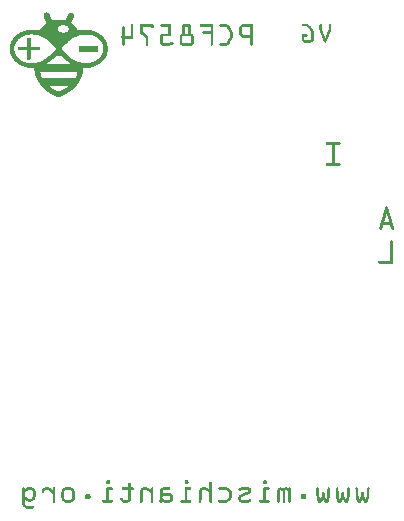
<source format=gbo>
G04 MADE WITH FRITZING*
G04 WWW.FRITZING.ORG*
G04 DOUBLE SIDED*
G04 HOLES PLATED*
G04 CONTOUR ON CENTER OF CONTOUR VECTOR*
%ASAXBY*%
%FSLAX23Y23*%
%MOIN*%
%OFA0B0*%
%SFA1.0B1.0*%
%ADD10R,0.001000X0.001000*%
%LNSILK0*%
G90*
G70*
G54D10*
X160Y1710D02*
X161Y1710D01*
X242Y1710D02*
X242Y1710D01*
X156Y1709D02*
X165Y1709D01*
X238Y1709D02*
X246Y1709D01*
X155Y1708D02*
X166Y1708D01*
X237Y1708D02*
X248Y1708D01*
X154Y1707D02*
X167Y1707D01*
X236Y1707D02*
X249Y1707D01*
X153Y1706D02*
X168Y1706D01*
X235Y1706D02*
X250Y1706D01*
X152Y1705D02*
X169Y1705D01*
X234Y1705D02*
X251Y1705D01*
X152Y1704D02*
X169Y1704D01*
X234Y1704D02*
X251Y1704D01*
X151Y1703D02*
X170Y1703D01*
X233Y1703D02*
X251Y1703D01*
X151Y1702D02*
X170Y1702D01*
X233Y1702D02*
X251Y1702D01*
X151Y1701D02*
X171Y1701D01*
X232Y1701D02*
X251Y1701D01*
X151Y1700D02*
X171Y1700D01*
X232Y1700D02*
X251Y1700D01*
X151Y1699D02*
X172Y1699D01*
X231Y1699D02*
X251Y1699D01*
X151Y1698D02*
X172Y1698D01*
X231Y1698D02*
X251Y1698D01*
X152Y1697D02*
X173Y1697D01*
X230Y1697D02*
X251Y1697D01*
X152Y1696D02*
X173Y1696D01*
X230Y1696D02*
X251Y1696D01*
X152Y1695D02*
X173Y1695D01*
X229Y1695D02*
X250Y1695D01*
X153Y1694D02*
X174Y1694D01*
X229Y1694D02*
X250Y1694D01*
X153Y1693D02*
X174Y1693D01*
X229Y1693D02*
X250Y1693D01*
X153Y1692D02*
X175Y1692D01*
X228Y1692D02*
X249Y1692D01*
X154Y1691D02*
X175Y1691D01*
X228Y1691D02*
X249Y1691D01*
X154Y1690D02*
X176Y1690D01*
X227Y1690D02*
X248Y1690D01*
X155Y1689D02*
X176Y1689D01*
X227Y1689D02*
X248Y1689D01*
X155Y1688D02*
X176Y1688D01*
X226Y1688D02*
X248Y1688D01*
X155Y1687D02*
X177Y1687D01*
X226Y1687D02*
X247Y1687D01*
X156Y1686D02*
X178Y1686D01*
X225Y1686D02*
X247Y1686D01*
X156Y1685D02*
X178Y1685D01*
X186Y1685D02*
X217Y1685D01*
X224Y1685D02*
X247Y1685D01*
X157Y1684D02*
X246Y1684D01*
X157Y1683D02*
X246Y1683D01*
X157Y1682D02*
X245Y1682D01*
X158Y1681D02*
X245Y1681D01*
X158Y1680D02*
X244Y1680D01*
X159Y1679D02*
X244Y1679D01*
X159Y1678D02*
X244Y1678D01*
X160Y1677D02*
X243Y1677D01*
X160Y1676D02*
X243Y1676D01*
X160Y1675D02*
X243Y1675D01*
X159Y1674D02*
X243Y1674D01*
X158Y1673D02*
X245Y1673D01*
X157Y1672D02*
X246Y1672D01*
X1015Y1672D02*
X1028Y1672D01*
X1073Y1672D02*
X1074Y1672D01*
X1105Y1672D02*
X1106Y1672D01*
X156Y1671D02*
X247Y1671D01*
X473Y1671D02*
X513Y1671D01*
X544Y1671D02*
X574Y1671D01*
X619Y1671D02*
X636Y1671D01*
X676Y1671D02*
X715Y1671D01*
X742Y1671D02*
X758Y1671D01*
X817Y1671D02*
X848Y1671D01*
X1013Y1671D02*
X1032Y1671D01*
X1071Y1671D02*
X1076Y1671D01*
X1103Y1671D02*
X1108Y1671D01*
X155Y1670D02*
X248Y1670D01*
X443Y1670D02*
X447Y1670D01*
X473Y1670D02*
X516Y1670D01*
X541Y1670D02*
X575Y1670D01*
X616Y1670D02*
X639Y1670D01*
X673Y1670D02*
X716Y1670D01*
X739Y1670D02*
X763Y1670D01*
X812Y1670D02*
X848Y1670D01*
X1012Y1670D02*
X1033Y1670D01*
X1071Y1670D02*
X1077Y1670D01*
X1103Y1670D02*
X1109Y1670D01*
X153Y1669D02*
X249Y1669D01*
X442Y1669D02*
X448Y1669D01*
X473Y1669D02*
X517Y1669D01*
X540Y1669D02*
X575Y1669D01*
X615Y1669D02*
X640Y1669D01*
X672Y1669D02*
X716Y1669D01*
X738Y1669D02*
X765Y1669D01*
X810Y1669D02*
X848Y1669D01*
X1012Y1669D02*
X1035Y1669D01*
X1070Y1669D02*
X1077Y1669D01*
X1102Y1669D02*
X1109Y1669D01*
X152Y1668D02*
X215Y1668D01*
X219Y1668D02*
X250Y1668D01*
X441Y1668D02*
X449Y1668D01*
X473Y1668D02*
X517Y1668D01*
X539Y1668D02*
X575Y1668D01*
X615Y1668D02*
X640Y1668D01*
X671Y1668D02*
X716Y1668D01*
X738Y1668D02*
X767Y1668D01*
X809Y1668D02*
X848Y1668D01*
X1011Y1668D02*
X1036Y1668D01*
X1070Y1668D02*
X1077Y1668D01*
X1102Y1668D02*
X1109Y1668D01*
X151Y1667D02*
X209Y1667D01*
X224Y1667D02*
X252Y1667D01*
X441Y1667D02*
X449Y1667D01*
X473Y1667D02*
X517Y1667D01*
X539Y1667D02*
X575Y1667D01*
X614Y1667D02*
X640Y1667D01*
X671Y1667D02*
X716Y1667D01*
X737Y1667D02*
X768Y1667D01*
X808Y1667D02*
X848Y1667D01*
X1012Y1667D02*
X1036Y1667D01*
X1070Y1667D02*
X1077Y1667D01*
X1102Y1667D02*
X1109Y1667D01*
X150Y1666D02*
X207Y1666D01*
X226Y1666D02*
X253Y1666D01*
X441Y1666D02*
X449Y1666D01*
X473Y1666D02*
X518Y1666D01*
X539Y1666D02*
X575Y1666D01*
X614Y1666D02*
X641Y1666D01*
X671Y1666D02*
X716Y1666D01*
X737Y1666D02*
X769Y1666D01*
X807Y1666D02*
X848Y1666D01*
X1012Y1666D02*
X1037Y1666D01*
X1070Y1666D02*
X1077Y1666D01*
X1102Y1666D02*
X1109Y1666D01*
X149Y1665D02*
X205Y1665D01*
X228Y1665D02*
X254Y1665D01*
X441Y1665D02*
X449Y1665D01*
X473Y1665D02*
X518Y1665D01*
X539Y1665D02*
X575Y1665D01*
X614Y1665D02*
X641Y1665D01*
X671Y1665D02*
X716Y1665D01*
X738Y1665D02*
X770Y1665D01*
X806Y1665D02*
X848Y1665D01*
X1013Y1665D02*
X1038Y1665D01*
X1070Y1665D02*
X1077Y1665D01*
X1102Y1665D02*
X1109Y1665D01*
X148Y1664D02*
X203Y1664D01*
X230Y1664D02*
X254Y1664D01*
X441Y1664D02*
X449Y1664D01*
X473Y1664D02*
X518Y1664D01*
X540Y1664D02*
X575Y1664D01*
X614Y1664D02*
X641Y1664D01*
X672Y1664D02*
X716Y1664D01*
X738Y1664D02*
X770Y1664D01*
X805Y1664D02*
X848Y1664D01*
X1015Y1664D02*
X1039Y1664D01*
X1070Y1664D02*
X1077Y1664D01*
X1102Y1664D02*
X1109Y1664D01*
X148Y1663D02*
X202Y1663D01*
X231Y1663D02*
X255Y1663D01*
X417Y1663D02*
X418Y1663D01*
X441Y1663D02*
X449Y1663D01*
X473Y1663D02*
X518Y1663D01*
X541Y1663D02*
X575Y1663D01*
X614Y1663D02*
X641Y1663D01*
X673Y1663D02*
X716Y1663D01*
X739Y1663D02*
X771Y1663D01*
X805Y1663D02*
X848Y1663D01*
X1030Y1663D02*
X1040Y1663D01*
X1070Y1663D02*
X1077Y1663D01*
X1102Y1663D02*
X1109Y1663D01*
X147Y1662D02*
X201Y1662D01*
X232Y1662D02*
X256Y1662D01*
X415Y1662D02*
X420Y1662D01*
X441Y1662D02*
X449Y1662D01*
X473Y1662D02*
X517Y1662D01*
X542Y1662D02*
X575Y1662D01*
X614Y1662D02*
X641Y1662D01*
X675Y1662D02*
X716Y1662D01*
X741Y1662D02*
X771Y1662D01*
X804Y1662D02*
X848Y1662D01*
X1031Y1662D02*
X1040Y1662D01*
X1070Y1662D02*
X1077Y1662D01*
X1102Y1662D02*
X1109Y1662D01*
X146Y1661D02*
X200Y1661D01*
X233Y1661D02*
X257Y1661D01*
X414Y1661D02*
X421Y1661D01*
X441Y1661D02*
X449Y1661D01*
X473Y1661D02*
X481Y1661D01*
X510Y1661D02*
X517Y1661D01*
X566Y1661D02*
X575Y1661D01*
X614Y1661D02*
X622Y1661D01*
X632Y1661D02*
X641Y1661D01*
X708Y1661D02*
X716Y1661D01*
X762Y1661D02*
X772Y1661D01*
X804Y1661D02*
X814Y1661D01*
X840Y1661D02*
X848Y1661D01*
X1032Y1661D02*
X1041Y1661D01*
X1070Y1661D02*
X1077Y1661D01*
X1102Y1661D02*
X1109Y1661D01*
X145Y1660D02*
X199Y1660D01*
X233Y1660D02*
X258Y1660D01*
X414Y1660D02*
X422Y1660D01*
X441Y1660D02*
X449Y1660D01*
X473Y1660D02*
X481Y1660D01*
X510Y1660D02*
X517Y1660D01*
X566Y1660D02*
X575Y1660D01*
X614Y1660D02*
X622Y1660D01*
X632Y1660D02*
X641Y1660D01*
X708Y1660D02*
X716Y1660D01*
X763Y1660D02*
X772Y1660D01*
X804Y1660D02*
X813Y1660D01*
X840Y1660D02*
X848Y1660D01*
X1033Y1660D02*
X1042Y1660D01*
X1070Y1660D02*
X1077Y1660D01*
X1102Y1660D02*
X1109Y1660D01*
X144Y1659D02*
X199Y1659D01*
X234Y1659D02*
X259Y1659D01*
X414Y1659D02*
X422Y1659D01*
X441Y1659D02*
X449Y1659D01*
X473Y1659D02*
X481Y1659D01*
X511Y1659D02*
X516Y1659D01*
X566Y1659D02*
X575Y1659D01*
X614Y1659D02*
X622Y1659D01*
X632Y1659D02*
X641Y1659D01*
X708Y1659D02*
X716Y1659D01*
X763Y1659D02*
X773Y1659D01*
X804Y1659D02*
X812Y1659D01*
X840Y1659D02*
X848Y1659D01*
X1033Y1659D02*
X1043Y1659D01*
X1070Y1659D02*
X1077Y1659D01*
X1102Y1659D02*
X1109Y1659D01*
X143Y1658D02*
X198Y1658D01*
X234Y1658D02*
X260Y1658D01*
X414Y1658D02*
X422Y1658D01*
X441Y1658D02*
X449Y1658D01*
X473Y1658D02*
X481Y1658D01*
X513Y1658D02*
X514Y1658D01*
X566Y1658D02*
X575Y1658D01*
X614Y1658D02*
X622Y1658D01*
X632Y1658D02*
X641Y1658D01*
X708Y1658D02*
X716Y1658D01*
X764Y1658D02*
X773Y1658D01*
X803Y1658D02*
X812Y1658D01*
X840Y1658D02*
X848Y1658D01*
X1034Y1658D02*
X1043Y1658D01*
X1070Y1658D02*
X1077Y1658D01*
X1102Y1658D02*
X1109Y1658D01*
X142Y1657D02*
X198Y1657D01*
X235Y1657D02*
X260Y1657D01*
X414Y1657D02*
X422Y1657D01*
X441Y1657D02*
X449Y1657D01*
X473Y1657D02*
X481Y1657D01*
X566Y1657D02*
X575Y1657D01*
X614Y1657D02*
X622Y1657D01*
X632Y1657D02*
X641Y1657D01*
X708Y1657D02*
X716Y1657D01*
X764Y1657D02*
X774Y1657D01*
X803Y1657D02*
X812Y1657D01*
X840Y1657D02*
X848Y1657D01*
X1035Y1657D02*
X1044Y1657D01*
X1070Y1657D02*
X1077Y1657D01*
X1102Y1657D02*
X1109Y1657D01*
X142Y1656D02*
X198Y1656D01*
X235Y1656D02*
X261Y1656D01*
X414Y1656D02*
X422Y1656D01*
X441Y1656D02*
X449Y1656D01*
X473Y1656D02*
X481Y1656D01*
X566Y1656D02*
X575Y1656D01*
X614Y1656D02*
X622Y1656D01*
X632Y1656D02*
X641Y1656D01*
X708Y1656D02*
X716Y1656D01*
X765Y1656D02*
X774Y1656D01*
X803Y1656D02*
X812Y1656D01*
X840Y1656D02*
X848Y1656D01*
X1036Y1656D02*
X1045Y1656D01*
X1070Y1656D02*
X1077Y1656D01*
X1102Y1656D02*
X1109Y1656D01*
X141Y1655D02*
X198Y1655D01*
X235Y1655D02*
X262Y1655D01*
X414Y1655D02*
X422Y1655D01*
X441Y1655D02*
X449Y1655D01*
X473Y1655D02*
X481Y1655D01*
X566Y1655D02*
X575Y1655D01*
X614Y1655D02*
X622Y1655D01*
X632Y1655D02*
X641Y1655D01*
X708Y1655D02*
X716Y1655D01*
X765Y1655D02*
X775Y1655D01*
X803Y1655D02*
X812Y1655D01*
X840Y1655D02*
X848Y1655D01*
X1036Y1655D02*
X1046Y1655D01*
X1070Y1655D02*
X1077Y1655D01*
X1102Y1655D02*
X1109Y1655D01*
X140Y1654D02*
X198Y1654D01*
X235Y1654D02*
X263Y1654D01*
X414Y1654D02*
X422Y1654D01*
X441Y1654D02*
X449Y1654D01*
X473Y1654D02*
X481Y1654D01*
X566Y1654D02*
X575Y1654D01*
X614Y1654D02*
X622Y1654D01*
X632Y1654D02*
X641Y1654D01*
X708Y1654D02*
X716Y1654D01*
X766Y1654D02*
X775Y1654D01*
X803Y1654D02*
X812Y1654D01*
X840Y1654D02*
X848Y1654D01*
X1037Y1654D02*
X1047Y1654D01*
X1070Y1654D02*
X1078Y1654D01*
X1102Y1654D02*
X1109Y1654D01*
X140Y1653D02*
X198Y1653D01*
X235Y1653D02*
X263Y1653D01*
X414Y1653D02*
X422Y1653D01*
X441Y1653D02*
X449Y1653D01*
X473Y1653D02*
X481Y1653D01*
X566Y1653D02*
X575Y1653D01*
X614Y1653D02*
X622Y1653D01*
X632Y1653D02*
X641Y1653D01*
X708Y1653D02*
X716Y1653D01*
X766Y1653D02*
X776Y1653D01*
X803Y1653D02*
X812Y1653D01*
X840Y1653D02*
X848Y1653D01*
X1038Y1653D02*
X1047Y1653D01*
X1070Y1653D02*
X1078Y1653D01*
X1101Y1653D02*
X1109Y1653D01*
X139Y1652D02*
X198Y1652D01*
X234Y1652D02*
X264Y1652D01*
X414Y1652D02*
X422Y1652D01*
X441Y1652D02*
X449Y1652D01*
X473Y1652D02*
X481Y1652D01*
X566Y1652D02*
X575Y1652D01*
X614Y1652D02*
X622Y1652D01*
X632Y1652D02*
X641Y1652D01*
X708Y1652D02*
X716Y1652D01*
X767Y1652D02*
X776Y1652D01*
X803Y1652D02*
X812Y1652D01*
X840Y1652D02*
X848Y1652D01*
X1039Y1652D02*
X1048Y1652D01*
X1071Y1652D02*
X1078Y1652D01*
X1101Y1652D02*
X1109Y1652D01*
X96Y1651D02*
X128Y1651D01*
X138Y1651D02*
X199Y1651D01*
X234Y1651D02*
X265Y1651D01*
X274Y1651D02*
X306Y1651D01*
X414Y1651D02*
X422Y1651D01*
X441Y1651D02*
X449Y1651D01*
X473Y1651D02*
X481Y1651D01*
X566Y1651D02*
X575Y1651D01*
X614Y1651D02*
X622Y1651D01*
X632Y1651D02*
X641Y1651D01*
X708Y1651D02*
X716Y1651D01*
X767Y1651D02*
X777Y1651D01*
X803Y1651D02*
X812Y1651D01*
X840Y1651D02*
X848Y1651D01*
X1040Y1651D02*
X1049Y1651D01*
X1071Y1651D02*
X1079Y1651D01*
X1100Y1651D02*
X1108Y1651D01*
X91Y1650D02*
X135Y1650D01*
X137Y1650D02*
X199Y1650D01*
X234Y1650D02*
X311Y1650D01*
X414Y1650D02*
X422Y1650D01*
X441Y1650D02*
X449Y1650D01*
X473Y1650D02*
X481Y1650D01*
X566Y1650D02*
X575Y1650D01*
X614Y1650D02*
X622Y1650D01*
X632Y1650D02*
X641Y1650D01*
X708Y1650D02*
X716Y1650D01*
X768Y1650D02*
X777Y1650D01*
X803Y1650D02*
X812Y1650D01*
X840Y1650D02*
X848Y1650D01*
X1040Y1650D02*
X1049Y1650D01*
X1071Y1650D02*
X1079Y1650D01*
X1100Y1650D02*
X1108Y1650D01*
X88Y1649D02*
X200Y1649D01*
X233Y1649D02*
X315Y1649D01*
X414Y1649D02*
X422Y1649D01*
X441Y1649D02*
X449Y1649D01*
X473Y1649D02*
X481Y1649D01*
X566Y1649D02*
X575Y1649D01*
X614Y1649D02*
X622Y1649D01*
X632Y1649D02*
X641Y1649D01*
X708Y1649D02*
X716Y1649D01*
X768Y1649D02*
X778Y1649D01*
X803Y1649D02*
X812Y1649D01*
X840Y1649D02*
X848Y1649D01*
X1041Y1649D02*
X1049Y1649D01*
X1072Y1649D02*
X1079Y1649D01*
X1100Y1649D02*
X1107Y1649D01*
X85Y1648D02*
X201Y1648D01*
X232Y1648D02*
X318Y1648D01*
X414Y1648D02*
X422Y1648D01*
X441Y1648D02*
X449Y1648D01*
X473Y1648D02*
X481Y1648D01*
X566Y1648D02*
X575Y1648D01*
X614Y1648D02*
X622Y1648D01*
X632Y1648D02*
X641Y1648D01*
X708Y1648D02*
X716Y1648D01*
X769Y1648D02*
X778Y1648D01*
X803Y1648D02*
X812Y1648D01*
X840Y1648D02*
X848Y1648D01*
X1042Y1648D02*
X1050Y1648D01*
X1072Y1648D02*
X1080Y1648D01*
X1099Y1648D02*
X1107Y1648D01*
X82Y1647D02*
X202Y1647D01*
X231Y1647D02*
X321Y1647D01*
X414Y1647D02*
X422Y1647D01*
X441Y1647D02*
X449Y1647D01*
X473Y1647D02*
X481Y1647D01*
X566Y1647D02*
X575Y1647D01*
X614Y1647D02*
X622Y1647D01*
X632Y1647D02*
X641Y1647D01*
X683Y1647D02*
X716Y1647D01*
X769Y1647D02*
X779Y1647D01*
X803Y1647D02*
X812Y1647D01*
X840Y1647D02*
X848Y1647D01*
X1042Y1647D02*
X1050Y1647D01*
X1073Y1647D02*
X1080Y1647D01*
X1099Y1647D02*
X1107Y1647D01*
X80Y1646D02*
X203Y1646D01*
X230Y1646D02*
X323Y1646D01*
X414Y1646D02*
X422Y1646D01*
X441Y1646D02*
X449Y1646D01*
X473Y1646D02*
X481Y1646D01*
X566Y1646D02*
X575Y1646D01*
X614Y1646D02*
X622Y1646D01*
X632Y1646D02*
X641Y1646D01*
X681Y1646D02*
X716Y1646D01*
X770Y1646D02*
X779Y1646D01*
X803Y1646D02*
X812Y1646D01*
X840Y1646D02*
X848Y1646D01*
X1043Y1646D02*
X1050Y1646D01*
X1073Y1646D02*
X1081Y1646D01*
X1098Y1646D02*
X1106Y1646D01*
X77Y1645D02*
X205Y1645D01*
X228Y1645D02*
X326Y1645D01*
X414Y1645D02*
X422Y1645D01*
X441Y1645D02*
X449Y1645D01*
X473Y1645D02*
X481Y1645D01*
X566Y1645D02*
X575Y1645D01*
X614Y1645D02*
X622Y1645D01*
X632Y1645D02*
X641Y1645D01*
X681Y1645D02*
X716Y1645D01*
X770Y1645D02*
X780Y1645D01*
X803Y1645D02*
X812Y1645D01*
X840Y1645D02*
X848Y1645D01*
X1043Y1645D02*
X1050Y1645D01*
X1073Y1645D02*
X1081Y1645D01*
X1098Y1645D02*
X1106Y1645D01*
X75Y1644D02*
X207Y1644D01*
X226Y1644D02*
X327Y1644D01*
X414Y1644D02*
X422Y1644D01*
X441Y1644D02*
X449Y1644D01*
X473Y1644D02*
X482Y1644D01*
X566Y1644D02*
X575Y1644D01*
X614Y1644D02*
X622Y1644D01*
X632Y1644D02*
X641Y1644D01*
X680Y1644D02*
X716Y1644D01*
X771Y1644D02*
X780Y1644D01*
X803Y1644D02*
X812Y1644D01*
X840Y1644D02*
X848Y1644D01*
X1043Y1644D02*
X1050Y1644D01*
X1074Y1644D02*
X1081Y1644D01*
X1098Y1644D02*
X1105Y1644D01*
X73Y1643D02*
X210Y1643D01*
X224Y1643D02*
X329Y1643D01*
X414Y1643D02*
X422Y1643D01*
X441Y1643D02*
X449Y1643D01*
X473Y1643D02*
X484Y1643D01*
X566Y1643D02*
X575Y1643D01*
X614Y1643D02*
X622Y1643D01*
X632Y1643D02*
X641Y1643D01*
X680Y1643D02*
X716Y1643D01*
X771Y1643D02*
X780Y1643D01*
X803Y1643D02*
X812Y1643D01*
X840Y1643D02*
X848Y1643D01*
X1043Y1643D02*
X1050Y1643D01*
X1074Y1643D02*
X1082Y1643D01*
X1097Y1643D02*
X1105Y1643D01*
X72Y1642D02*
X213Y1642D01*
X220Y1642D02*
X331Y1642D01*
X414Y1642D02*
X422Y1642D01*
X441Y1642D02*
X449Y1642D01*
X473Y1642D02*
X485Y1642D01*
X566Y1642D02*
X575Y1642D01*
X614Y1642D02*
X622Y1642D01*
X632Y1642D02*
X641Y1642D01*
X681Y1642D02*
X716Y1642D01*
X772Y1642D02*
X781Y1642D01*
X803Y1642D02*
X812Y1642D01*
X840Y1642D02*
X848Y1642D01*
X1043Y1642D02*
X1050Y1642D01*
X1074Y1642D02*
X1082Y1642D01*
X1097Y1642D02*
X1105Y1642D01*
X70Y1641D02*
X333Y1641D01*
X414Y1641D02*
X422Y1641D01*
X441Y1641D02*
X449Y1641D01*
X473Y1641D02*
X486Y1641D01*
X566Y1641D02*
X575Y1641D01*
X614Y1641D02*
X622Y1641D01*
X632Y1641D02*
X641Y1641D01*
X681Y1641D02*
X716Y1641D01*
X772Y1641D02*
X781Y1641D01*
X803Y1641D02*
X812Y1641D01*
X840Y1641D02*
X848Y1641D01*
X1043Y1641D02*
X1050Y1641D01*
X1075Y1641D02*
X1083Y1641D01*
X1096Y1641D02*
X1104Y1641D01*
X68Y1640D02*
X334Y1640D01*
X414Y1640D02*
X422Y1640D01*
X441Y1640D02*
X449Y1640D01*
X474Y1640D02*
X487Y1640D01*
X566Y1640D02*
X575Y1640D01*
X614Y1640D02*
X623Y1640D01*
X632Y1640D02*
X641Y1640D01*
X681Y1640D02*
X716Y1640D01*
X773Y1640D02*
X781Y1640D01*
X803Y1640D02*
X812Y1640D01*
X840Y1640D02*
X848Y1640D01*
X1043Y1640D02*
X1050Y1640D01*
X1075Y1640D02*
X1083Y1640D01*
X1096Y1640D02*
X1104Y1640D01*
X67Y1639D02*
X336Y1639D01*
X414Y1639D02*
X422Y1639D01*
X441Y1639D02*
X449Y1639D01*
X475Y1639D02*
X488Y1639D01*
X544Y1639D02*
X575Y1639D01*
X611Y1639D02*
X644Y1639D01*
X683Y1639D02*
X716Y1639D01*
X773Y1639D02*
X782Y1639D01*
X803Y1639D02*
X812Y1639D01*
X840Y1639D02*
X848Y1639D01*
X1043Y1639D02*
X1050Y1639D01*
X1076Y1639D02*
X1083Y1639D01*
X1096Y1639D02*
X1103Y1639D01*
X65Y1638D02*
X337Y1638D01*
X414Y1638D02*
X422Y1638D01*
X441Y1638D02*
X449Y1638D01*
X476Y1638D02*
X489Y1638D01*
X543Y1638D02*
X575Y1638D01*
X609Y1638D02*
X646Y1638D01*
X707Y1638D02*
X716Y1638D01*
X773Y1638D02*
X782Y1638D01*
X804Y1638D02*
X813Y1638D01*
X840Y1638D02*
X848Y1638D01*
X1043Y1638D02*
X1050Y1638D01*
X1076Y1638D02*
X1084Y1638D01*
X1095Y1638D02*
X1103Y1638D01*
X64Y1637D02*
X106Y1637D01*
X116Y1637D02*
X339Y1637D01*
X414Y1637D02*
X422Y1637D01*
X441Y1637D02*
X449Y1637D01*
X477Y1637D02*
X491Y1637D01*
X542Y1637D02*
X575Y1637D01*
X608Y1637D02*
X647Y1637D01*
X708Y1637D02*
X716Y1637D01*
X773Y1637D02*
X782Y1637D01*
X804Y1637D02*
X814Y1637D01*
X840Y1637D02*
X848Y1637D01*
X1011Y1637D02*
X1029Y1637D01*
X1043Y1637D02*
X1050Y1637D01*
X1076Y1637D02*
X1084Y1637D01*
X1095Y1637D02*
X1103Y1637D01*
X63Y1636D02*
X99Y1636D01*
X124Y1636D02*
X281Y1636D01*
X304Y1636D02*
X340Y1636D01*
X414Y1636D02*
X422Y1636D01*
X441Y1636D02*
X449Y1636D01*
X479Y1636D02*
X492Y1636D01*
X541Y1636D02*
X575Y1636D01*
X607Y1636D02*
X648Y1636D01*
X708Y1636D02*
X716Y1636D01*
X774Y1636D02*
X782Y1636D01*
X804Y1636D02*
X816Y1636D01*
X839Y1636D02*
X848Y1636D01*
X1011Y1636D02*
X1030Y1636D01*
X1043Y1636D02*
X1050Y1636D01*
X1077Y1636D02*
X1085Y1636D01*
X1094Y1636D02*
X1102Y1636D01*
X61Y1635D02*
X94Y1635D01*
X128Y1635D02*
X276Y1635D01*
X309Y1635D02*
X341Y1635D01*
X414Y1635D02*
X422Y1635D01*
X441Y1635D02*
X449Y1635D01*
X480Y1635D02*
X493Y1635D01*
X540Y1635D02*
X575Y1635D01*
X606Y1635D02*
X649Y1635D01*
X708Y1635D02*
X716Y1635D01*
X774Y1635D02*
X782Y1635D01*
X805Y1635D02*
X848Y1635D01*
X1011Y1635D02*
X1030Y1635D01*
X1043Y1635D02*
X1050Y1635D01*
X1077Y1635D02*
X1085Y1635D01*
X1094Y1635D02*
X1102Y1635D01*
X60Y1634D02*
X91Y1634D01*
X132Y1634D02*
X271Y1634D01*
X313Y1634D02*
X343Y1634D01*
X414Y1634D02*
X422Y1634D01*
X441Y1634D02*
X449Y1634D01*
X481Y1634D02*
X494Y1634D01*
X540Y1634D02*
X575Y1634D01*
X606Y1634D02*
X649Y1634D01*
X708Y1634D02*
X716Y1634D01*
X774Y1634D02*
X782Y1634D01*
X805Y1634D02*
X848Y1634D01*
X1011Y1634D02*
X1030Y1634D01*
X1043Y1634D02*
X1050Y1634D01*
X1078Y1634D02*
X1085Y1634D01*
X1094Y1634D02*
X1102Y1634D01*
X59Y1633D02*
X88Y1633D01*
X135Y1633D02*
X268Y1633D01*
X316Y1633D02*
X344Y1633D01*
X414Y1633D02*
X422Y1633D01*
X441Y1633D02*
X449Y1633D01*
X482Y1633D02*
X495Y1633D01*
X539Y1633D02*
X575Y1633D01*
X605Y1633D02*
X649Y1633D01*
X708Y1633D02*
X716Y1633D01*
X773Y1633D02*
X782Y1633D01*
X806Y1633D02*
X848Y1633D01*
X1011Y1633D02*
X1030Y1633D01*
X1043Y1633D02*
X1050Y1633D01*
X1078Y1633D02*
X1086Y1633D01*
X1093Y1633D02*
X1101Y1633D01*
X58Y1632D02*
X85Y1632D01*
X138Y1632D02*
X265Y1632D01*
X318Y1632D02*
X345Y1632D01*
X413Y1632D02*
X449Y1632D01*
X483Y1632D02*
X497Y1632D01*
X539Y1632D02*
X575Y1632D01*
X605Y1632D02*
X650Y1632D01*
X708Y1632D02*
X716Y1632D01*
X773Y1632D02*
X782Y1632D01*
X806Y1632D02*
X848Y1632D01*
X1011Y1632D02*
X1030Y1632D01*
X1043Y1632D02*
X1050Y1632D01*
X1078Y1632D02*
X1086Y1632D01*
X1093Y1632D02*
X1101Y1632D01*
X57Y1631D02*
X83Y1631D01*
X141Y1631D02*
X262Y1631D01*
X321Y1631D02*
X346Y1631D01*
X411Y1631D02*
X449Y1631D01*
X484Y1631D02*
X498Y1631D01*
X539Y1631D02*
X574Y1631D01*
X605Y1631D02*
X650Y1631D01*
X708Y1631D02*
X716Y1631D01*
X773Y1631D02*
X782Y1631D01*
X807Y1631D02*
X848Y1631D01*
X1011Y1631D02*
X1029Y1631D01*
X1043Y1631D02*
X1050Y1631D01*
X1079Y1631D02*
X1087Y1631D01*
X1093Y1631D02*
X1100Y1631D01*
X56Y1630D02*
X81Y1630D01*
X143Y1630D02*
X260Y1630D01*
X323Y1630D02*
X347Y1630D01*
X410Y1630D02*
X449Y1630D01*
X486Y1630D02*
X498Y1630D01*
X539Y1630D02*
X547Y1630D01*
X605Y1630D02*
X613Y1630D01*
X642Y1630D02*
X650Y1630D01*
X708Y1630D02*
X716Y1630D01*
X773Y1630D02*
X781Y1630D01*
X808Y1630D02*
X848Y1630D01*
X1011Y1630D02*
X1028Y1630D01*
X1043Y1630D02*
X1050Y1630D01*
X1079Y1630D02*
X1087Y1630D01*
X1092Y1630D02*
X1100Y1630D01*
X55Y1629D02*
X79Y1629D01*
X145Y1629D02*
X257Y1629D01*
X324Y1629D02*
X348Y1629D01*
X409Y1629D02*
X449Y1629D01*
X487Y1629D02*
X499Y1629D01*
X539Y1629D02*
X547Y1629D01*
X605Y1629D02*
X613Y1629D01*
X642Y1629D02*
X650Y1629D01*
X708Y1629D02*
X716Y1629D01*
X772Y1629D02*
X781Y1629D01*
X810Y1629D02*
X848Y1629D01*
X1011Y1629D02*
X1018Y1629D01*
X1043Y1629D02*
X1050Y1629D01*
X1080Y1629D02*
X1087Y1629D01*
X1092Y1629D02*
X1100Y1629D01*
X54Y1628D02*
X77Y1628D01*
X148Y1628D02*
X255Y1628D01*
X326Y1628D02*
X349Y1628D01*
X409Y1628D02*
X449Y1628D01*
X488Y1628D02*
X499Y1628D01*
X539Y1628D02*
X547Y1628D01*
X605Y1628D02*
X613Y1628D01*
X642Y1628D02*
X650Y1628D01*
X708Y1628D02*
X716Y1628D01*
X772Y1628D02*
X781Y1628D01*
X811Y1628D02*
X848Y1628D01*
X1011Y1628D02*
X1018Y1628D01*
X1043Y1628D02*
X1050Y1628D01*
X1080Y1628D02*
X1088Y1628D01*
X1091Y1628D02*
X1099Y1628D01*
X53Y1627D02*
X75Y1627D01*
X150Y1627D02*
X253Y1627D01*
X328Y1627D02*
X350Y1627D01*
X409Y1627D02*
X449Y1627D01*
X489Y1627D02*
X499Y1627D01*
X539Y1627D02*
X547Y1627D01*
X605Y1627D02*
X613Y1627D01*
X642Y1627D02*
X650Y1627D01*
X708Y1627D02*
X716Y1627D01*
X771Y1627D02*
X780Y1627D01*
X814Y1627D02*
X848Y1627D01*
X1011Y1627D02*
X1018Y1627D01*
X1043Y1627D02*
X1050Y1627D01*
X1080Y1627D02*
X1088Y1627D01*
X1091Y1627D02*
X1099Y1627D01*
X52Y1626D02*
X74Y1626D01*
X151Y1626D02*
X251Y1626D01*
X329Y1626D02*
X351Y1626D01*
X409Y1626D02*
X449Y1626D01*
X490Y1626D02*
X499Y1626D01*
X539Y1626D02*
X547Y1626D01*
X605Y1626D02*
X613Y1626D01*
X642Y1626D02*
X650Y1626D01*
X708Y1626D02*
X716Y1626D01*
X771Y1626D02*
X780Y1626D01*
X840Y1626D02*
X848Y1626D01*
X1011Y1626D02*
X1018Y1626D01*
X1043Y1626D02*
X1050Y1626D01*
X1081Y1626D02*
X1088Y1626D01*
X1091Y1626D02*
X1098Y1626D01*
X51Y1625D02*
X72Y1625D01*
X153Y1625D02*
X250Y1625D01*
X331Y1625D02*
X351Y1625D01*
X410Y1625D02*
X449Y1625D01*
X491Y1625D02*
X499Y1625D01*
X539Y1625D02*
X547Y1625D01*
X605Y1625D02*
X613Y1625D01*
X642Y1625D02*
X650Y1625D01*
X708Y1625D02*
X716Y1625D01*
X770Y1625D02*
X779Y1625D01*
X840Y1625D02*
X848Y1625D01*
X1011Y1625D02*
X1018Y1625D01*
X1043Y1625D02*
X1050Y1625D01*
X1081Y1625D02*
X1098Y1625D01*
X51Y1624D02*
X71Y1624D01*
X97Y1624D02*
X106Y1624D01*
X155Y1624D02*
X248Y1624D01*
X332Y1624D02*
X352Y1624D01*
X411Y1624D02*
X449Y1624D01*
X491Y1624D02*
X499Y1624D01*
X539Y1624D02*
X547Y1624D01*
X605Y1624D02*
X613Y1624D01*
X642Y1624D02*
X650Y1624D01*
X708Y1624D02*
X716Y1624D01*
X770Y1624D02*
X779Y1624D01*
X840Y1624D02*
X848Y1624D01*
X1011Y1624D02*
X1018Y1624D01*
X1043Y1624D02*
X1050Y1624D01*
X1081Y1624D02*
X1098Y1624D01*
X50Y1623D02*
X70Y1623D01*
X97Y1623D02*
X107Y1623D01*
X157Y1623D02*
X246Y1623D01*
X333Y1623D02*
X353Y1623D01*
X413Y1623D02*
X449Y1623D01*
X491Y1623D02*
X499Y1623D01*
X539Y1623D02*
X547Y1623D01*
X605Y1623D02*
X613Y1623D01*
X642Y1623D02*
X650Y1623D01*
X708Y1623D02*
X716Y1623D01*
X769Y1623D02*
X778Y1623D01*
X840Y1623D02*
X848Y1623D01*
X1011Y1623D02*
X1018Y1623D01*
X1043Y1623D02*
X1050Y1623D01*
X1082Y1623D02*
X1097Y1623D01*
X49Y1622D02*
X68Y1622D01*
X97Y1622D02*
X107Y1622D01*
X158Y1622D02*
X245Y1622D01*
X334Y1622D02*
X354Y1622D01*
X414Y1622D02*
X422Y1622D01*
X491Y1622D02*
X499Y1622D01*
X539Y1622D02*
X547Y1622D01*
X605Y1622D02*
X613Y1622D01*
X642Y1622D02*
X650Y1622D01*
X708Y1622D02*
X716Y1622D01*
X768Y1622D02*
X778Y1622D01*
X840Y1622D02*
X848Y1622D01*
X1011Y1622D02*
X1018Y1622D01*
X1043Y1622D02*
X1050Y1622D01*
X1082Y1622D02*
X1097Y1622D01*
X48Y1621D02*
X67Y1621D01*
X97Y1621D02*
X107Y1621D01*
X160Y1621D02*
X243Y1621D01*
X335Y1621D02*
X354Y1621D01*
X414Y1621D02*
X422Y1621D01*
X491Y1621D02*
X499Y1621D01*
X539Y1621D02*
X547Y1621D01*
X605Y1621D02*
X613Y1621D01*
X642Y1621D02*
X650Y1621D01*
X708Y1621D02*
X716Y1621D01*
X768Y1621D02*
X777Y1621D01*
X840Y1621D02*
X848Y1621D01*
X1011Y1621D02*
X1019Y1621D01*
X1043Y1621D02*
X1050Y1621D01*
X1083Y1621D02*
X1096Y1621D01*
X48Y1620D02*
X66Y1620D01*
X97Y1620D02*
X107Y1620D01*
X161Y1620D02*
X242Y1620D01*
X336Y1620D02*
X355Y1620D01*
X414Y1620D02*
X422Y1620D01*
X491Y1620D02*
X499Y1620D01*
X539Y1620D02*
X547Y1620D01*
X605Y1620D02*
X613Y1620D01*
X642Y1620D02*
X650Y1620D01*
X708Y1620D02*
X716Y1620D01*
X767Y1620D02*
X777Y1620D01*
X840Y1620D02*
X848Y1620D01*
X1011Y1620D02*
X1019Y1620D01*
X1043Y1620D02*
X1050Y1620D01*
X1083Y1620D02*
X1096Y1620D01*
X47Y1619D02*
X65Y1619D01*
X97Y1619D02*
X107Y1619D01*
X163Y1619D02*
X241Y1619D01*
X337Y1619D02*
X356Y1619D01*
X414Y1619D02*
X422Y1619D01*
X491Y1619D02*
X499Y1619D01*
X539Y1619D02*
X547Y1619D01*
X605Y1619D02*
X613Y1619D01*
X642Y1619D02*
X650Y1619D01*
X708Y1619D02*
X716Y1619D01*
X767Y1619D02*
X776Y1619D01*
X840Y1619D02*
X848Y1619D01*
X1012Y1619D02*
X1019Y1619D01*
X1042Y1619D02*
X1050Y1619D01*
X1083Y1619D02*
X1096Y1619D01*
X46Y1618D02*
X64Y1618D01*
X97Y1618D02*
X107Y1618D01*
X164Y1618D02*
X239Y1618D01*
X338Y1618D02*
X356Y1618D01*
X414Y1618D02*
X422Y1618D01*
X491Y1618D02*
X499Y1618D01*
X539Y1618D02*
X547Y1618D01*
X605Y1618D02*
X613Y1618D01*
X642Y1618D02*
X650Y1618D01*
X708Y1618D02*
X716Y1618D01*
X766Y1618D02*
X776Y1618D01*
X840Y1618D02*
X848Y1618D01*
X1012Y1618D02*
X1021Y1618D01*
X1041Y1618D02*
X1050Y1618D01*
X1084Y1618D02*
X1095Y1618D01*
X46Y1617D02*
X64Y1617D01*
X97Y1617D02*
X107Y1617D01*
X165Y1617D02*
X238Y1617D01*
X339Y1617D02*
X357Y1617D01*
X414Y1617D02*
X422Y1617D01*
X491Y1617D02*
X499Y1617D01*
X539Y1617D02*
X547Y1617D01*
X605Y1617D02*
X613Y1617D01*
X642Y1617D02*
X650Y1617D01*
X708Y1617D02*
X716Y1617D01*
X766Y1617D02*
X775Y1617D01*
X840Y1617D02*
X848Y1617D01*
X1012Y1617D02*
X1050Y1617D01*
X1084Y1617D02*
X1095Y1617D01*
X45Y1616D02*
X63Y1616D01*
X97Y1616D02*
X107Y1616D01*
X167Y1616D02*
X237Y1616D01*
X340Y1616D02*
X357Y1616D01*
X414Y1616D02*
X422Y1616D01*
X491Y1616D02*
X499Y1616D01*
X539Y1616D02*
X547Y1616D01*
X605Y1616D02*
X613Y1616D01*
X642Y1616D02*
X650Y1616D01*
X708Y1616D02*
X716Y1616D01*
X765Y1616D02*
X775Y1616D01*
X840Y1616D02*
X848Y1616D01*
X1013Y1616D02*
X1049Y1616D01*
X1085Y1616D02*
X1095Y1616D01*
X45Y1615D02*
X62Y1615D01*
X97Y1615D02*
X107Y1615D01*
X168Y1615D02*
X236Y1615D01*
X341Y1615D02*
X358Y1615D01*
X414Y1615D02*
X422Y1615D01*
X491Y1615D02*
X499Y1615D01*
X539Y1615D02*
X547Y1615D01*
X605Y1615D02*
X613Y1615D01*
X642Y1615D02*
X650Y1615D01*
X708Y1615D02*
X716Y1615D01*
X765Y1615D02*
X774Y1615D01*
X840Y1615D02*
X848Y1615D01*
X1013Y1615D02*
X1049Y1615D01*
X1085Y1615D02*
X1094Y1615D01*
X44Y1614D02*
X61Y1614D01*
X97Y1614D02*
X107Y1614D01*
X169Y1614D02*
X234Y1614D01*
X342Y1614D02*
X358Y1614D01*
X414Y1614D02*
X422Y1614D01*
X491Y1614D02*
X499Y1614D01*
X539Y1614D02*
X547Y1614D01*
X605Y1614D02*
X613Y1614D01*
X642Y1614D02*
X650Y1614D01*
X708Y1614D02*
X716Y1614D01*
X764Y1614D02*
X774Y1614D01*
X840Y1614D02*
X848Y1614D01*
X1014Y1614D02*
X1048Y1614D01*
X1085Y1614D02*
X1094Y1614D01*
X44Y1613D02*
X60Y1613D01*
X97Y1613D02*
X107Y1613D01*
X170Y1613D02*
X233Y1613D01*
X343Y1613D02*
X359Y1613D01*
X414Y1613D02*
X422Y1613D01*
X491Y1613D02*
X499Y1613D01*
X539Y1613D02*
X547Y1613D01*
X605Y1613D02*
X613Y1613D01*
X642Y1613D02*
X650Y1613D01*
X708Y1613D02*
X716Y1613D01*
X764Y1613D02*
X773Y1613D01*
X840Y1613D02*
X848Y1613D01*
X1015Y1613D02*
X1047Y1613D01*
X1086Y1613D02*
X1093Y1613D01*
X43Y1612D02*
X60Y1612D01*
X97Y1612D02*
X107Y1612D01*
X171Y1612D02*
X232Y1612D01*
X343Y1612D02*
X359Y1612D01*
X414Y1612D02*
X422Y1612D01*
X491Y1612D02*
X499Y1612D01*
X539Y1612D02*
X547Y1612D01*
X578Y1612D02*
X581Y1612D01*
X605Y1612D02*
X613Y1612D01*
X642Y1612D02*
X650Y1612D01*
X708Y1612D02*
X716Y1612D01*
X763Y1612D02*
X773Y1612D01*
X840Y1612D02*
X848Y1612D01*
X1016Y1612D02*
X1046Y1612D01*
X1086Y1612D02*
X1093Y1612D01*
X43Y1611D02*
X59Y1611D01*
X97Y1611D02*
X107Y1611D01*
X172Y1611D02*
X231Y1611D01*
X344Y1611D02*
X360Y1611D01*
X414Y1611D02*
X422Y1611D01*
X491Y1611D02*
X499Y1611D01*
X539Y1611D02*
X547Y1611D01*
X575Y1611D02*
X582Y1611D01*
X605Y1611D02*
X613Y1611D01*
X642Y1611D02*
X650Y1611D01*
X708Y1611D02*
X716Y1611D01*
X763Y1611D02*
X772Y1611D01*
X840Y1611D02*
X848Y1611D01*
X1017Y1611D02*
X1045Y1611D01*
X1087Y1611D02*
X1092Y1611D01*
X42Y1610D02*
X58Y1610D01*
X97Y1610D02*
X107Y1610D01*
X173Y1610D02*
X230Y1610D01*
X345Y1610D02*
X360Y1610D01*
X414Y1610D02*
X422Y1610D01*
X491Y1610D02*
X499Y1610D01*
X539Y1610D02*
X547Y1610D01*
X573Y1610D02*
X583Y1610D01*
X605Y1610D02*
X613Y1610D01*
X642Y1610D02*
X650Y1610D01*
X708Y1610D02*
X716Y1610D01*
X762Y1610D02*
X772Y1610D01*
X840Y1610D02*
X848Y1610D01*
X1019Y1610D02*
X1043Y1610D01*
X1088Y1610D02*
X1091Y1610D01*
X42Y1609D02*
X58Y1609D01*
X97Y1609D02*
X107Y1609D01*
X174Y1609D02*
X229Y1609D01*
X345Y1609D02*
X361Y1609D01*
X414Y1609D02*
X422Y1609D01*
X491Y1609D02*
X499Y1609D01*
X539Y1609D02*
X547Y1609D01*
X571Y1609D02*
X583Y1609D01*
X605Y1609D02*
X613Y1609D01*
X641Y1609D02*
X650Y1609D01*
X708Y1609D02*
X716Y1609D01*
X761Y1609D02*
X771Y1609D01*
X840Y1609D02*
X848Y1609D01*
X42Y1608D02*
X57Y1608D01*
X97Y1608D02*
X107Y1608D01*
X175Y1608D02*
X228Y1608D01*
X346Y1608D02*
X361Y1608D01*
X414Y1608D02*
X422Y1608D01*
X491Y1608D02*
X499Y1608D01*
X539Y1608D02*
X584Y1608D01*
X605Y1608D02*
X650Y1608D01*
X708Y1608D02*
X716Y1608D01*
X740Y1608D02*
X771Y1608D01*
X840Y1608D02*
X848Y1608D01*
X41Y1607D02*
X57Y1607D01*
X97Y1607D02*
X107Y1607D01*
X176Y1607D02*
X227Y1607D01*
X346Y1607D02*
X362Y1607D01*
X414Y1607D02*
X422Y1607D01*
X491Y1607D02*
X499Y1607D01*
X539Y1607D02*
X584Y1607D01*
X605Y1607D02*
X650Y1607D01*
X708Y1607D02*
X716Y1607D01*
X738Y1607D02*
X770Y1607D01*
X840Y1607D02*
X848Y1607D01*
X41Y1606D02*
X56Y1606D01*
X97Y1606D02*
X107Y1606D01*
X177Y1606D02*
X225Y1606D01*
X347Y1606D02*
X362Y1606D01*
X414Y1606D02*
X422Y1606D01*
X491Y1606D02*
X499Y1606D01*
X539Y1606D02*
X583Y1606D01*
X605Y1606D02*
X649Y1606D01*
X708Y1606D02*
X716Y1606D01*
X738Y1606D02*
X770Y1606D01*
X840Y1606D02*
X848Y1606D01*
X41Y1605D02*
X56Y1605D01*
X97Y1605D02*
X107Y1605D01*
X178Y1605D02*
X224Y1605D01*
X347Y1605D02*
X362Y1605D01*
X414Y1605D02*
X422Y1605D01*
X491Y1605D02*
X499Y1605D01*
X540Y1605D02*
X583Y1605D01*
X606Y1605D02*
X649Y1605D01*
X708Y1605D02*
X716Y1605D01*
X737Y1605D02*
X769Y1605D01*
X840Y1605D02*
X848Y1605D01*
X40Y1604D02*
X55Y1604D01*
X97Y1604D02*
X107Y1604D01*
X179Y1604D02*
X223Y1604D01*
X348Y1604D02*
X363Y1604D01*
X414Y1604D02*
X422Y1604D01*
X491Y1604D02*
X499Y1604D01*
X540Y1604D02*
X582Y1604D01*
X606Y1604D02*
X648Y1604D01*
X708Y1604D02*
X716Y1604D01*
X737Y1604D02*
X768Y1604D01*
X840Y1604D02*
X848Y1604D01*
X40Y1603D02*
X55Y1603D01*
X97Y1603D02*
X107Y1603D01*
X180Y1603D02*
X222Y1603D01*
X348Y1603D02*
X363Y1603D01*
X414Y1603D02*
X422Y1603D01*
X491Y1603D02*
X499Y1603D01*
X541Y1603D02*
X580Y1603D01*
X607Y1603D02*
X648Y1603D01*
X708Y1603D02*
X716Y1603D01*
X737Y1603D02*
X767Y1603D01*
X840Y1603D02*
X848Y1603D01*
X40Y1602D02*
X55Y1602D01*
X97Y1602D02*
X107Y1602D01*
X182Y1602D02*
X221Y1602D01*
X348Y1602D02*
X363Y1602D01*
X414Y1602D02*
X421Y1602D01*
X492Y1602D02*
X499Y1602D01*
X542Y1602D02*
X577Y1602D01*
X608Y1602D02*
X647Y1602D01*
X708Y1602D02*
X715Y1602D01*
X738Y1602D02*
X766Y1602D01*
X840Y1602D02*
X848Y1602D01*
X40Y1601D02*
X54Y1601D01*
X97Y1601D02*
X107Y1601D01*
X183Y1601D02*
X220Y1601D01*
X349Y1601D02*
X363Y1601D01*
X415Y1601D02*
X421Y1601D01*
X492Y1601D02*
X498Y1601D01*
X543Y1601D02*
X575Y1601D01*
X609Y1601D02*
X646Y1601D01*
X709Y1601D02*
X715Y1601D01*
X738Y1601D02*
X764Y1601D01*
X841Y1601D02*
X847Y1601D01*
X39Y1600D02*
X54Y1600D01*
X97Y1600D02*
X107Y1600D01*
X183Y1600D02*
X219Y1600D01*
X349Y1600D02*
X363Y1600D01*
X416Y1600D02*
X419Y1600D01*
X494Y1600D02*
X497Y1600D01*
X545Y1600D02*
X572Y1600D01*
X611Y1600D02*
X644Y1600D01*
X710Y1600D02*
X713Y1600D01*
X740Y1600D02*
X762Y1600D01*
X842Y1600D02*
X846Y1600D01*
X39Y1599D02*
X54Y1599D01*
X97Y1599D02*
X107Y1599D01*
X184Y1599D02*
X218Y1599D01*
X349Y1599D02*
X364Y1599D01*
X39Y1598D02*
X54Y1598D01*
X97Y1598D02*
X107Y1598D01*
X185Y1598D02*
X217Y1598D01*
X269Y1598D02*
X332Y1598D01*
X349Y1598D02*
X364Y1598D01*
X39Y1597D02*
X53Y1597D01*
X97Y1597D02*
X107Y1597D01*
X186Y1597D02*
X216Y1597D01*
X269Y1597D02*
X332Y1597D01*
X349Y1597D02*
X364Y1597D01*
X39Y1596D02*
X53Y1596D01*
X97Y1596D02*
X107Y1596D01*
X187Y1596D02*
X216Y1596D01*
X269Y1596D02*
X332Y1596D01*
X349Y1596D02*
X364Y1596D01*
X38Y1595D02*
X53Y1595D01*
X97Y1595D02*
X107Y1595D01*
X188Y1595D02*
X215Y1595D01*
X269Y1595D02*
X332Y1595D01*
X350Y1595D02*
X364Y1595D01*
X38Y1594D02*
X53Y1594D01*
X97Y1594D02*
X107Y1594D01*
X189Y1594D02*
X214Y1594D01*
X269Y1594D02*
X332Y1594D01*
X350Y1594D02*
X364Y1594D01*
X38Y1593D02*
X53Y1593D01*
X66Y1593D02*
X137Y1593D01*
X190Y1593D02*
X213Y1593D01*
X269Y1593D02*
X332Y1593D01*
X350Y1593D02*
X364Y1593D01*
X38Y1592D02*
X53Y1592D01*
X66Y1592D02*
X137Y1592D01*
X190Y1592D02*
X212Y1592D01*
X269Y1592D02*
X332Y1592D01*
X350Y1592D02*
X364Y1592D01*
X38Y1591D02*
X53Y1591D01*
X66Y1591D02*
X137Y1591D01*
X191Y1591D02*
X212Y1591D01*
X269Y1591D02*
X332Y1591D01*
X350Y1591D02*
X364Y1591D01*
X38Y1590D02*
X53Y1590D01*
X66Y1590D02*
X137Y1590D01*
X191Y1590D02*
X211Y1590D01*
X269Y1590D02*
X332Y1590D01*
X350Y1590D02*
X364Y1590D01*
X38Y1589D02*
X53Y1589D01*
X66Y1589D02*
X137Y1589D01*
X192Y1589D02*
X211Y1589D01*
X269Y1589D02*
X332Y1589D01*
X350Y1589D02*
X364Y1589D01*
X38Y1588D02*
X53Y1588D01*
X66Y1588D02*
X137Y1588D01*
X191Y1588D02*
X212Y1588D01*
X269Y1588D02*
X332Y1588D01*
X350Y1588D02*
X364Y1588D01*
X38Y1587D02*
X53Y1587D01*
X66Y1587D02*
X137Y1587D01*
X191Y1587D02*
X212Y1587D01*
X269Y1587D02*
X332Y1587D01*
X350Y1587D02*
X364Y1587D01*
X38Y1586D02*
X53Y1586D01*
X66Y1586D02*
X137Y1586D01*
X190Y1586D02*
X213Y1586D01*
X269Y1586D02*
X332Y1586D01*
X350Y1586D02*
X364Y1586D01*
X38Y1585D02*
X53Y1585D01*
X66Y1585D02*
X137Y1585D01*
X190Y1585D02*
X214Y1585D01*
X269Y1585D02*
X332Y1585D01*
X350Y1585D02*
X364Y1585D01*
X38Y1584D02*
X53Y1584D01*
X66Y1584D02*
X137Y1584D01*
X189Y1584D02*
X214Y1584D01*
X269Y1584D02*
X332Y1584D01*
X350Y1584D02*
X364Y1584D01*
X38Y1583D02*
X53Y1583D01*
X97Y1583D02*
X107Y1583D01*
X188Y1583D02*
X215Y1583D01*
X269Y1583D02*
X332Y1583D01*
X350Y1583D02*
X364Y1583D01*
X39Y1582D02*
X54Y1582D01*
X97Y1582D02*
X107Y1582D01*
X187Y1582D02*
X216Y1582D01*
X269Y1582D02*
X332Y1582D01*
X349Y1582D02*
X364Y1582D01*
X39Y1581D02*
X54Y1581D01*
X97Y1581D02*
X107Y1581D01*
X187Y1581D02*
X217Y1581D01*
X269Y1581D02*
X332Y1581D01*
X349Y1581D02*
X364Y1581D01*
X39Y1580D02*
X54Y1580D01*
X97Y1580D02*
X107Y1580D01*
X186Y1580D02*
X218Y1580D01*
X269Y1580D02*
X332Y1580D01*
X349Y1580D02*
X364Y1580D01*
X39Y1579D02*
X54Y1579D01*
X97Y1579D02*
X107Y1579D01*
X185Y1579D02*
X218Y1579D01*
X349Y1579D02*
X364Y1579D01*
X39Y1578D02*
X54Y1578D01*
X97Y1578D02*
X107Y1578D01*
X184Y1578D02*
X219Y1578D01*
X349Y1578D02*
X363Y1578D01*
X39Y1577D02*
X55Y1577D01*
X97Y1577D02*
X107Y1577D01*
X183Y1577D02*
X220Y1577D01*
X348Y1577D02*
X363Y1577D01*
X40Y1576D02*
X55Y1576D01*
X97Y1576D02*
X107Y1576D01*
X182Y1576D02*
X221Y1576D01*
X348Y1576D02*
X363Y1576D01*
X40Y1575D02*
X55Y1575D01*
X97Y1575D02*
X107Y1575D01*
X181Y1575D02*
X222Y1575D01*
X348Y1575D02*
X363Y1575D01*
X40Y1574D02*
X56Y1574D01*
X97Y1574D02*
X107Y1574D01*
X180Y1574D02*
X223Y1574D01*
X347Y1574D02*
X363Y1574D01*
X40Y1573D02*
X56Y1573D01*
X97Y1573D02*
X107Y1573D01*
X179Y1573D02*
X224Y1573D01*
X347Y1573D02*
X363Y1573D01*
X41Y1572D02*
X56Y1572D01*
X97Y1572D02*
X107Y1572D01*
X178Y1572D02*
X225Y1572D01*
X347Y1572D02*
X362Y1572D01*
X41Y1571D02*
X57Y1571D01*
X97Y1571D02*
X107Y1571D01*
X177Y1571D02*
X226Y1571D01*
X346Y1571D02*
X362Y1571D01*
X41Y1570D02*
X57Y1570D01*
X97Y1570D02*
X107Y1570D01*
X176Y1570D02*
X227Y1570D01*
X346Y1570D02*
X362Y1570D01*
X42Y1569D02*
X58Y1569D01*
X97Y1569D02*
X107Y1569D01*
X175Y1569D02*
X228Y1569D01*
X345Y1569D02*
X361Y1569D01*
X42Y1568D02*
X58Y1568D01*
X97Y1568D02*
X107Y1568D01*
X173Y1568D02*
X229Y1568D01*
X345Y1568D02*
X361Y1568D01*
X43Y1567D02*
X59Y1567D01*
X97Y1567D02*
X107Y1567D01*
X172Y1567D02*
X230Y1567D01*
X344Y1567D02*
X360Y1567D01*
X43Y1566D02*
X60Y1566D01*
X97Y1566D02*
X107Y1566D01*
X171Y1566D02*
X231Y1566D01*
X343Y1566D02*
X360Y1566D01*
X44Y1565D02*
X60Y1565D01*
X97Y1565D02*
X107Y1565D01*
X170Y1565D02*
X232Y1565D01*
X342Y1565D02*
X359Y1565D01*
X44Y1564D02*
X61Y1564D01*
X97Y1564D02*
X107Y1564D01*
X169Y1564D02*
X234Y1564D01*
X342Y1564D02*
X359Y1564D01*
X45Y1563D02*
X62Y1563D01*
X97Y1563D02*
X107Y1563D01*
X167Y1563D02*
X191Y1563D01*
X212Y1563D02*
X235Y1563D01*
X341Y1563D02*
X358Y1563D01*
X45Y1562D02*
X62Y1562D01*
X97Y1562D02*
X107Y1562D01*
X166Y1562D02*
X189Y1562D01*
X213Y1562D02*
X236Y1562D01*
X340Y1562D02*
X358Y1562D01*
X46Y1561D02*
X63Y1561D01*
X97Y1561D02*
X107Y1561D01*
X165Y1561D02*
X188Y1561D01*
X214Y1561D02*
X237Y1561D01*
X339Y1561D02*
X357Y1561D01*
X46Y1560D02*
X64Y1560D01*
X97Y1560D02*
X107Y1560D01*
X164Y1560D02*
X187Y1560D01*
X215Y1560D02*
X238Y1560D01*
X338Y1560D02*
X357Y1560D01*
X47Y1559D02*
X65Y1559D01*
X97Y1559D02*
X107Y1559D01*
X162Y1559D02*
X186Y1559D01*
X217Y1559D02*
X240Y1559D01*
X337Y1559D02*
X356Y1559D01*
X48Y1558D02*
X66Y1558D01*
X97Y1558D02*
X107Y1558D01*
X161Y1558D02*
X185Y1558D01*
X218Y1558D02*
X241Y1558D01*
X336Y1558D02*
X355Y1558D01*
X48Y1557D02*
X67Y1557D01*
X97Y1557D02*
X107Y1557D01*
X159Y1557D02*
X184Y1557D01*
X219Y1557D02*
X243Y1557D01*
X335Y1557D02*
X355Y1557D01*
X49Y1556D02*
X68Y1556D01*
X97Y1556D02*
X107Y1556D01*
X158Y1556D02*
X183Y1556D01*
X220Y1556D02*
X244Y1556D01*
X334Y1556D02*
X354Y1556D01*
X50Y1555D02*
X69Y1555D01*
X97Y1555D02*
X107Y1555D01*
X157Y1555D02*
X182Y1555D01*
X221Y1555D02*
X246Y1555D01*
X333Y1555D02*
X353Y1555D01*
X50Y1554D02*
X71Y1554D01*
X97Y1554D02*
X107Y1554D01*
X155Y1554D02*
X180Y1554D01*
X222Y1554D02*
X247Y1554D01*
X331Y1554D02*
X353Y1554D01*
X51Y1553D02*
X72Y1553D01*
X97Y1553D02*
X106Y1553D01*
X153Y1553D02*
X179Y1553D01*
X224Y1553D02*
X249Y1553D01*
X330Y1553D02*
X352Y1553D01*
X52Y1552D02*
X73Y1552D01*
X152Y1552D02*
X178Y1552D01*
X225Y1552D02*
X251Y1552D01*
X329Y1552D02*
X351Y1552D01*
X53Y1551D02*
X75Y1551D01*
X150Y1551D02*
X177Y1551D01*
X226Y1551D02*
X253Y1551D01*
X327Y1551D02*
X350Y1551D01*
X54Y1550D02*
X76Y1550D01*
X148Y1550D02*
X176Y1550D01*
X227Y1550D02*
X255Y1550D01*
X326Y1550D02*
X349Y1550D01*
X55Y1549D02*
X78Y1549D01*
X146Y1549D02*
X174Y1549D01*
X229Y1549D02*
X257Y1549D01*
X324Y1549D02*
X348Y1549D01*
X56Y1548D02*
X80Y1548D01*
X144Y1548D02*
X173Y1548D01*
X230Y1548D02*
X260Y1548D01*
X322Y1548D02*
X347Y1548D01*
X57Y1547D02*
X82Y1547D01*
X142Y1547D02*
X172Y1547D01*
X231Y1547D02*
X262Y1547D01*
X320Y1547D02*
X346Y1547D01*
X58Y1546D02*
X85Y1546D01*
X139Y1546D02*
X170Y1546D01*
X233Y1546D02*
X265Y1546D01*
X318Y1546D02*
X345Y1546D01*
X59Y1545D02*
X87Y1545D01*
X136Y1545D02*
X169Y1545D01*
X234Y1545D02*
X268Y1545D01*
X316Y1545D02*
X344Y1545D01*
X60Y1544D02*
X90Y1544D01*
X133Y1544D02*
X168Y1544D01*
X235Y1544D02*
X271Y1544D01*
X313Y1544D02*
X343Y1544D01*
X61Y1543D02*
X93Y1543D01*
X128Y1543D02*
X166Y1543D01*
X237Y1543D02*
X275Y1543D01*
X309Y1543D02*
X342Y1543D01*
X62Y1542D02*
X98Y1542D01*
X123Y1542D02*
X165Y1542D01*
X238Y1542D02*
X280Y1542D01*
X305Y1542D02*
X341Y1542D01*
X64Y1541D02*
X163Y1541D01*
X239Y1541D02*
X289Y1541D01*
X296Y1541D02*
X339Y1541D01*
X65Y1540D02*
X162Y1540D01*
X240Y1540D02*
X338Y1540D01*
X66Y1539D02*
X336Y1539D01*
X68Y1538D02*
X335Y1538D01*
X70Y1537D02*
X333Y1537D01*
X71Y1536D02*
X332Y1536D01*
X73Y1535D02*
X330Y1535D01*
X75Y1534D02*
X328Y1534D01*
X77Y1533D02*
X326Y1533D01*
X79Y1532D02*
X324Y1532D01*
X82Y1531D02*
X321Y1531D01*
X85Y1530D02*
X318Y1530D01*
X88Y1529D02*
X315Y1529D01*
X91Y1528D02*
X312Y1528D01*
X96Y1527D02*
X307Y1527D01*
X104Y1526D02*
X299Y1526D01*
X119Y1525D02*
X283Y1525D01*
X119Y1524D02*
X283Y1524D01*
X119Y1523D02*
X283Y1523D01*
X120Y1522D02*
X283Y1522D01*
X120Y1521D02*
X283Y1521D01*
X120Y1520D02*
X283Y1520D01*
X120Y1519D02*
X282Y1519D01*
X120Y1518D02*
X282Y1518D01*
X120Y1517D02*
X282Y1517D01*
X120Y1516D02*
X282Y1516D01*
X121Y1515D02*
X282Y1515D01*
X121Y1514D02*
X282Y1514D01*
X121Y1513D02*
X282Y1513D01*
X121Y1512D02*
X139Y1512D01*
X264Y1512D02*
X282Y1512D01*
X121Y1511D02*
X139Y1511D01*
X264Y1511D02*
X281Y1511D01*
X122Y1510D02*
X139Y1510D01*
X264Y1510D02*
X281Y1510D01*
X122Y1509D02*
X139Y1509D01*
X263Y1509D02*
X281Y1509D01*
X122Y1508D02*
X140Y1508D01*
X263Y1508D02*
X281Y1508D01*
X122Y1507D02*
X140Y1507D01*
X263Y1507D02*
X280Y1507D01*
X123Y1506D02*
X140Y1506D01*
X263Y1506D02*
X280Y1506D01*
X123Y1505D02*
X140Y1505D01*
X262Y1505D02*
X280Y1505D01*
X123Y1504D02*
X141Y1504D01*
X262Y1504D02*
X280Y1504D01*
X123Y1503D02*
X141Y1503D01*
X262Y1503D02*
X279Y1503D01*
X124Y1502D02*
X141Y1502D01*
X261Y1502D02*
X279Y1502D01*
X124Y1501D02*
X142Y1501D01*
X261Y1501D02*
X279Y1501D01*
X124Y1500D02*
X142Y1500D01*
X261Y1500D02*
X279Y1500D01*
X125Y1499D02*
X143Y1499D01*
X260Y1499D02*
X278Y1499D01*
X125Y1498D02*
X143Y1498D01*
X260Y1498D02*
X278Y1498D01*
X125Y1497D02*
X143Y1497D01*
X260Y1497D02*
X278Y1497D01*
X126Y1496D02*
X144Y1496D01*
X259Y1496D02*
X277Y1496D01*
X126Y1495D02*
X144Y1495D01*
X259Y1495D02*
X277Y1495D01*
X127Y1494D02*
X145Y1494D01*
X258Y1494D02*
X276Y1494D01*
X127Y1493D02*
X145Y1493D01*
X258Y1493D02*
X276Y1493D01*
X127Y1492D02*
X276Y1492D01*
X128Y1491D02*
X275Y1491D01*
X128Y1490D02*
X275Y1490D01*
X129Y1489D02*
X274Y1489D01*
X129Y1488D02*
X274Y1488D01*
X130Y1487D02*
X273Y1487D01*
X130Y1486D02*
X273Y1486D01*
X131Y1485D02*
X272Y1485D01*
X131Y1484D02*
X272Y1484D01*
X132Y1483D02*
X271Y1483D01*
X132Y1482D02*
X271Y1482D01*
X133Y1481D02*
X270Y1481D01*
X133Y1480D02*
X269Y1480D01*
X134Y1479D02*
X269Y1479D01*
X135Y1478D02*
X268Y1478D01*
X135Y1477D02*
X268Y1477D01*
X136Y1476D02*
X267Y1476D01*
X137Y1475D02*
X266Y1475D01*
X137Y1474D02*
X266Y1474D01*
X138Y1473D02*
X265Y1473D01*
X139Y1472D02*
X264Y1472D01*
X139Y1471D02*
X263Y1471D01*
X140Y1470D02*
X263Y1470D01*
X141Y1469D02*
X262Y1469D01*
X142Y1468D02*
X261Y1468D01*
X143Y1467D02*
X260Y1467D01*
X144Y1466D02*
X259Y1466D01*
X144Y1465D02*
X169Y1465D01*
X234Y1465D02*
X259Y1465D01*
X145Y1464D02*
X169Y1464D01*
X233Y1464D02*
X258Y1464D01*
X146Y1463D02*
X171Y1463D01*
X232Y1463D02*
X257Y1463D01*
X147Y1462D02*
X172Y1462D01*
X230Y1462D02*
X256Y1462D01*
X148Y1461D02*
X173Y1461D01*
X229Y1461D02*
X255Y1461D01*
X149Y1460D02*
X175Y1460D01*
X228Y1460D02*
X254Y1460D01*
X150Y1459D02*
X176Y1459D01*
X226Y1459D02*
X253Y1459D01*
X151Y1458D02*
X178Y1458D01*
X225Y1458D02*
X252Y1458D01*
X152Y1457D02*
X179Y1457D01*
X223Y1457D02*
X251Y1457D01*
X153Y1456D02*
X181Y1456D01*
X222Y1456D02*
X250Y1456D01*
X154Y1455D02*
X183Y1455D01*
X220Y1455D02*
X249Y1455D01*
X155Y1454D02*
X184Y1454D01*
X218Y1454D02*
X248Y1454D01*
X157Y1453D02*
X186Y1453D01*
X216Y1453D02*
X247Y1453D01*
X158Y1452D02*
X188Y1452D01*
X214Y1452D02*
X245Y1452D01*
X159Y1451D02*
X190Y1451D01*
X212Y1451D02*
X244Y1451D01*
X160Y1450D02*
X192Y1450D01*
X210Y1450D02*
X243Y1450D01*
X161Y1449D02*
X194Y1449D01*
X208Y1449D02*
X242Y1449D01*
X163Y1448D02*
X196Y1448D01*
X206Y1448D02*
X240Y1448D01*
X164Y1447D02*
X200Y1447D01*
X203Y1447D02*
X239Y1447D01*
X165Y1446D02*
X238Y1446D01*
X167Y1445D02*
X236Y1445D01*
X168Y1444D02*
X235Y1444D01*
X170Y1443D02*
X233Y1443D01*
X171Y1442D02*
X232Y1442D01*
X173Y1441D02*
X230Y1441D01*
X174Y1440D02*
X229Y1440D01*
X176Y1439D02*
X227Y1439D01*
X178Y1438D02*
X225Y1438D01*
X179Y1437D02*
X223Y1437D01*
X181Y1436D02*
X222Y1436D01*
X183Y1435D02*
X220Y1435D01*
X185Y1434D02*
X218Y1434D01*
X187Y1433D02*
X215Y1433D01*
X189Y1432D02*
X213Y1432D01*
X191Y1431D02*
X211Y1431D01*
X194Y1430D02*
X208Y1430D01*
X197Y1429D02*
X206Y1429D01*
X1094Y1277D02*
X1137Y1277D01*
X1093Y1276D02*
X1139Y1276D01*
X1092Y1275D02*
X1139Y1275D01*
X1092Y1274D02*
X1140Y1274D01*
X1091Y1273D02*
X1140Y1273D01*
X1091Y1272D02*
X1140Y1272D01*
X1092Y1271D02*
X1140Y1271D01*
X1092Y1270D02*
X1139Y1270D01*
X1093Y1269D02*
X1139Y1269D01*
X1094Y1268D02*
X1137Y1268D01*
X1111Y1267D02*
X1120Y1267D01*
X1111Y1266D02*
X1120Y1266D01*
X1111Y1265D02*
X1120Y1265D01*
X1111Y1264D02*
X1120Y1264D01*
X1111Y1263D02*
X1120Y1263D01*
X1111Y1262D02*
X1120Y1262D01*
X1111Y1261D02*
X1120Y1261D01*
X1111Y1260D02*
X1120Y1260D01*
X1111Y1259D02*
X1120Y1259D01*
X1111Y1258D02*
X1120Y1258D01*
X1111Y1257D02*
X1120Y1257D01*
X1111Y1256D02*
X1120Y1256D01*
X1111Y1255D02*
X1120Y1255D01*
X1111Y1254D02*
X1120Y1254D01*
X1111Y1253D02*
X1120Y1253D01*
X1111Y1252D02*
X1120Y1252D01*
X1111Y1251D02*
X1120Y1251D01*
X1111Y1250D02*
X1120Y1250D01*
X1111Y1249D02*
X1120Y1249D01*
X1111Y1248D02*
X1120Y1248D01*
X1111Y1247D02*
X1120Y1247D01*
X1111Y1246D02*
X1120Y1246D01*
X1111Y1245D02*
X1120Y1245D01*
X1111Y1244D02*
X1120Y1244D01*
X1111Y1243D02*
X1120Y1243D01*
X1111Y1242D02*
X1120Y1242D01*
X1111Y1241D02*
X1120Y1241D01*
X1111Y1240D02*
X1120Y1240D01*
X1111Y1239D02*
X1120Y1239D01*
X1111Y1238D02*
X1120Y1238D01*
X1111Y1237D02*
X1120Y1237D01*
X1111Y1236D02*
X1120Y1236D01*
X1111Y1235D02*
X1120Y1235D01*
X1111Y1234D02*
X1120Y1234D01*
X1111Y1233D02*
X1120Y1233D01*
X1111Y1232D02*
X1120Y1232D01*
X1111Y1231D02*
X1120Y1231D01*
X1111Y1230D02*
X1120Y1230D01*
X1111Y1229D02*
X1120Y1229D01*
X1111Y1228D02*
X1120Y1228D01*
X1111Y1227D02*
X1120Y1227D01*
X1111Y1226D02*
X1120Y1226D01*
X1111Y1225D02*
X1120Y1225D01*
X1111Y1224D02*
X1120Y1224D01*
X1111Y1223D02*
X1120Y1223D01*
X1111Y1222D02*
X1120Y1222D01*
X1111Y1221D02*
X1120Y1221D01*
X1111Y1220D02*
X1120Y1220D01*
X1111Y1219D02*
X1120Y1219D01*
X1111Y1218D02*
X1120Y1218D01*
X1111Y1217D02*
X1120Y1217D01*
X1111Y1216D02*
X1120Y1216D01*
X1111Y1215D02*
X1120Y1215D01*
X1111Y1214D02*
X1120Y1214D01*
X1111Y1213D02*
X1120Y1213D01*
X1111Y1212D02*
X1120Y1212D01*
X1111Y1211D02*
X1120Y1211D01*
X1111Y1210D02*
X1120Y1210D01*
X1094Y1209D02*
X1137Y1209D01*
X1093Y1208D02*
X1139Y1208D01*
X1092Y1207D02*
X1139Y1207D01*
X1092Y1206D02*
X1140Y1206D01*
X1091Y1205D02*
X1140Y1205D01*
X1091Y1204D02*
X1140Y1204D01*
X1092Y1203D02*
X1140Y1203D01*
X1092Y1202D02*
X1139Y1202D01*
X1093Y1201D02*
X1139Y1201D01*
X1094Y1200D02*
X1137Y1200D01*
X1292Y1063D02*
X1296Y1063D01*
X1291Y1062D02*
X1297Y1062D01*
X1290Y1061D02*
X1298Y1061D01*
X1290Y1060D02*
X1298Y1060D01*
X1289Y1059D02*
X1299Y1059D01*
X1289Y1058D02*
X1299Y1058D01*
X1289Y1057D02*
X1299Y1057D01*
X1288Y1056D02*
X1300Y1056D01*
X1288Y1055D02*
X1300Y1055D01*
X1288Y1054D02*
X1300Y1054D01*
X1288Y1053D02*
X1300Y1053D01*
X1287Y1052D02*
X1301Y1052D01*
X1287Y1051D02*
X1301Y1051D01*
X1287Y1050D02*
X1301Y1050D01*
X1286Y1049D02*
X1302Y1049D01*
X1286Y1048D02*
X1302Y1048D01*
X1286Y1047D02*
X1302Y1047D01*
X1286Y1046D02*
X1303Y1046D01*
X1285Y1045D02*
X1303Y1045D01*
X1285Y1044D02*
X1303Y1044D01*
X1285Y1043D02*
X1303Y1043D01*
X1284Y1042D02*
X1304Y1042D01*
X1284Y1041D02*
X1304Y1041D01*
X1284Y1040D02*
X1304Y1040D01*
X1283Y1039D02*
X1293Y1039D01*
X1295Y1039D02*
X1305Y1039D01*
X1283Y1038D02*
X1293Y1038D01*
X1295Y1038D02*
X1305Y1038D01*
X1283Y1037D02*
X1292Y1037D01*
X1296Y1037D02*
X1305Y1037D01*
X1283Y1036D02*
X1292Y1036D01*
X1296Y1036D02*
X1305Y1036D01*
X1282Y1035D02*
X1292Y1035D01*
X1296Y1035D02*
X1306Y1035D01*
X1282Y1034D02*
X1292Y1034D01*
X1296Y1034D02*
X1306Y1034D01*
X1282Y1033D02*
X1291Y1033D01*
X1297Y1033D02*
X1306Y1033D01*
X1281Y1032D02*
X1291Y1032D01*
X1297Y1032D02*
X1307Y1032D01*
X1281Y1031D02*
X1291Y1031D01*
X1297Y1031D02*
X1307Y1031D01*
X1281Y1030D02*
X1290Y1030D01*
X1298Y1030D02*
X1307Y1030D01*
X1281Y1029D02*
X1290Y1029D01*
X1298Y1029D02*
X1307Y1029D01*
X1280Y1028D02*
X1290Y1028D01*
X1298Y1028D02*
X1308Y1028D01*
X1280Y1027D02*
X1290Y1027D01*
X1299Y1027D02*
X1308Y1027D01*
X1280Y1026D02*
X1289Y1026D01*
X1299Y1026D02*
X1308Y1026D01*
X1279Y1025D02*
X1289Y1025D01*
X1299Y1025D02*
X1309Y1025D01*
X1279Y1024D02*
X1289Y1024D01*
X1299Y1024D02*
X1309Y1024D01*
X1279Y1023D02*
X1288Y1023D01*
X1300Y1023D02*
X1309Y1023D01*
X1279Y1022D02*
X1288Y1022D01*
X1300Y1022D02*
X1310Y1022D01*
X1278Y1021D02*
X1288Y1021D01*
X1300Y1021D02*
X1310Y1021D01*
X1278Y1020D02*
X1287Y1020D01*
X1301Y1020D02*
X1310Y1020D01*
X1278Y1019D02*
X1287Y1019D01*
X1301Y1019D02*
X1310Y1019D01*
X1277Y1018D02*
X1287Y1018D01*
X1301Y1018D02*
X1311Y1018D01*
X1277Y1017D02*
X1287Y1017D01*
X1301Y1017D02*
X1311Y1017D01*
X1277Y1016D02*
X1286Y1016D01*
X1302Y1016D02*
X1311Y1016D01*
X1276Y1015D02*
X1286Y1015D01*
X1302Y1015D02*
X1312Y1015D01*
X1276Y1014D02*
X1286Y1014D01*
X1302Y1014D02*
X1312Y1014D01*
X1276Y1013D02*
X1286Y1013D01*
X1302Y1013D02*
X1312Y1013D01*
X1276Y1012D02*
X1312Y1012D01*
X1275Y1011D02*
X1313Y1011D01*
X1275Y1010D02*
X1313Y1010D01*
X1275Y1009D02*
X1313Y1009D01*
X1274Y1008D02*
X1314Y1008D01*
X1274Y1007D02*
X1314Y1007D01*
X1274Y1006D02*
X1314Y1006D01*
X1274Y1005D02*
X1315Y1005D01*
X1273Y1004D02*
X1315Y1004D01*
X1273Y1003D02*
X1315Y1003D01*
X1273Y1002D02*
X1282Y1002D01*
X1306Y1002D02*
X1315Y1002D01*
X1272Y1001D02*
X1282Y1001D01*
X1306Y1001D02*
X1316Y1001D01*
X1272Y1000D02*
X1282Y1000D01*
X1306Y1000D02*
X1316Y1000D01*
X1272Y999D02*
X1281Y999D01*
X1307Y999D02*
X1316Y999D01*
X1272Y998D02*
X1281Y998D01*
X1307Y998D02*
X1317Y998D01*
X1271Y997D02*
X1281Y997D01*
X1307Y997D02*
X1317Y997D01*
X1271Y996D02*
X1280Y996D01*
X1308Y996D02*
X1317Y996D01*
X1271Y995D02*
X1280Y995D01*
X1308Y995D02*
X1317Y995D01*
X1270Y994D02*
X1280Y994D01*
X1308Y994D02*
X1318Y994D01*
X1270Y993D02*
X1280Y993D01*
X1308Y993D02*
X1318Y993D01*
X1270Y992D02*
X1279Y992D01*
X1309Y992D02*
X1318Y992D01*
X1270Y991D02*
X1279Y991D01*
X1309Y991D02*
X1319Y991D01*
X1270Y990D02*
X1279Y990D01*
X1309Y990D02*
X1318Y990D01*
X1270Y989D02*
X1278Y989D01*
X1310Y989D02*
X1318Y989D01*
X1270Y988D02*
X1278Y988D01*
X1310Y988D02*
X1318Y988D01*
X1271Y987D02*
X1277Y987D01*
X1311Y987D02*
X1317Y987D01*
X1273Y986D02*
X1275Y986D01*
X1313Y986D02*
X1315Y986D01*
X1308Y950D02*
X1312Y950D01*
X1307Y949D02*
X1313Y949D01*
X1306Y948D02*
X1314Y948D01*
X1305Y947D02*
X1314Y947D01*
X1305Y946D02*
X1314Y946D01*
X1305Y945D02*
X1314Y945D01*
X1305Y944D02*
X1314Y944D01*
X1305Y943D02*
X1314Y943D01*
X1305Y942D02*
X1314Y942D01*
X1305Y941D02*
X1314Y941D01*
X1305Y940D02*
X1314Y940D01*
X1305Y939D02*
X1314Y939D01*
X1305Y938D02*
X1314Y938D01*
X1305Y937D02*
X1314Y937D01*
X1305Y936D02*
X1314Y936D01*
X1305Y935D02*
X1314Y935D01*
X1305Y934D02*
X1314Y934D01*
X1305Y933D02*
X1314Y933D01*
X1305Y932D02*
X1314Y932D01*
X1305Y931D02*
X1314Y931D01*
X1305Y930D02*
X1314Y930D01*
X1305Y929D02*
X1314Y929D01*
X1305Y928D02*
X1314Y928D01*
X1305Y927D02*
X1314Y927D01*
X1305Y926D02*
X1314Y926D01*
X1305Y925D02*
X1314Y925D01*
X1305Y924D02*
X1314Y924D01*
X1305Y923D02*
X1314Y923D01*
X1305Y922D02*
X1314Y922D01*
X1305Y921D02*
X1314Y921D01*
X1305Y920D02*
X1314Y920D01*
X1305Y919D02*
X1314Y919D01*
X1305Y918D02*
X1314Y918D01*
X1305Y917D02*
X1314Y917D01*
X1305Y916D02*
X1314Y916D01*
X1305Y915D02*
X1314Y915D01*
X1305Y914D02*
X1314Y914D01*
X1305Y913D02*
X1314Y913D01*
X1305Y912D02*
X1314Y912D01*
X1305Y911D02*
X1314Y911D01*
X1305Y910D02*
X1314Y910D01*
X1305Y909D02*
X1314Y909D01*
X1305Y908D02*
X1314Y908D01*
X1305Y907D02*
X1314Y907D01*
X1305Y906D02*
X1314Y906D01*
X1305Y905D02*
X1314Y905D01*
X1305Y904D02*
X1314Y904D01*
X1305Y903D02*
X1314Y903D01*
X1305Y902D02*
X1314Y902D01*
X1305Y901D02*
X1314Y901D01*
X1305Y900D02*
X1314Y900D01*
X1305Y899D02*
X1314Y899D01*
X1305Y898D02*
X1314Y898D01*
X1305Y897D02*
X1314Y897D01*
X1305Y896D02*
X1314Y896D01*
X1305Y895D02*
X1314Y895D01*
X1305Y894D02*
X1314Y894D01*
X1305Y893D02*
X1314Y893D01*
X1305Y892D02*
X1314Y892D01*
X1305Y891D02*
X1314Y891D01*
X1305Y890D02*
X1314Y890D01*
X1305Y889D02*
X1314Y889D01*
X1305Y888D02*
X1314Y888D01*
X1305Y887D02*
X1314Y887D01*
X1305Y886D02*
X1314Y886D01*
X1305Y885D02*
X1314Y885D01*
X1305Y884D02*
X1314Y884D01*
X1305Y883D02*
X1314Y883D01*
X1268Y882D02*
X1314Y882D01*
X1267Y881D02*
X1314Y881D01*
X1266Y880D02*
X1314Y880D01*
X1266Y879D02*
X1314Y879D01*
X1266Y878D02*
X1314Y878D01*
X1266Y877D02*
X1314Y877D01*
X1266Y876D02*
X1314Y876D01*
X1267Y875D02*
X1314Y875D01*
X1268Y874D02*
X1314Y874D01*
X1270Y873D02*
X1314Y873D01*
X362Y150D02*
X370Y150D01*
X623Y150D02*
X631Y150D01*
X885Y150D02*
X893Y150D01*
X360Y149D02*
X371Y149D01*
X622Y149D02*
X632Y149D01*
X884Y149D02*
X894Y149D01*
X360Y148D02*
X371Y148D01*
X621Y148D02*
X633Y148D01*
X883Y148D02*
X895Y148D01*
X359Y147D02*
X372Y147D01*
X621Y147D02*
X633Y147D01*
X883Y147D02*
X895Y147D01*
X359Y146D02*
X372Y146D01*
X621Y146D02*
X634Y146D01*
X706Y146D02*
X710Y146D01*
X882Y146D02*
X895Y146D01*
X359Y145D02*
X372Y145D01*
X621Y145D02*
X634Y145D01*
X705Y145D02*
X711Y145D01*
X882Y145D02*
X895Y145D01*
X359Y144D02*
X372Y144D01*
X621Y144D02*
X634Y144D01*
X705Y144D02*
X712Y144D01*
X882Y144D02*
X895Y144D01*
X359Y143D02*
X372Y143D01*
X621Y143D02*
X634Y143D01*
X704Y143D02*
X712Y143D01*
X882Y143D02*
X895Y143D01*
X359Y142D02*
X372Y142D01*
X435Y142D02*
X440Y142D01*
X621Y142D02*
X633Y142D01*
X704Y142D02*
X712Y142D01*
X882Y142D02*
X895Y142D01*
X359Y141D02*
X372Y141D01*
X435Y141D02*
X441Y141D01*
X621Y141D02*
X633Y141D01*
X704Y141D02*
X712Y141D01*
X883Y141D02*
X895Y141D01*
X360Y140D02*
X371Y140D01*
X434Y140D02*
X441Y140D01*
X622Y140D02*
X633Y140D01*
X704Y140D02*
X712Y140D01*
X883Y140D02*
X894Y140D01*
X361Y139D02*
X370Y139D01*
X434Y139D02*
X442Y139D01*
X622Y139D02*
X632Y139D01*
X704Y139D02*
X712Y139D01*
X884Y139D02*
X894Y139D01*
X362Y138D02*
X369Y138D01*
X434Y138D02*
X442Y138D01*
X624Y138D02*
X631Y138D01*
X704Y138D02*
X712Y138D01*
X885Y138D02*
X892Y138D01*
X434Y137D02*
X442Y137D01*
X704Y137D02*
X712Y137D01*
X434Y136D02*
X442Y136D01*
X704Y136D02*
X712Y136D01*
X434Y135D02*
X442Y135D01*
X704Y135D02*
X712Y135D01*
X434Y134D02*
X442Y134D01*
X704Y134D02*
X712Y134D01*
X434Y133D02*
X442Y133D01*
X704Y133D02*
X712Y133D01*
X434Y132D02*
X442Y132D01*
X704Y132D02*
X712Y132D01*
X434Y131D02*
X442Y131D01*
X704Y131D02*
X712Y131D01*
X434Y130D02*
X442Y130D01*
X704Y130D02*
X712Y130D01*
X434Y129D02*
X442Y129D01*
X704Y129D02*
X712Y129D01*
X434Y128D02*
X442Y128D01*
X704Y128D02*
X712Y128D01*
X82Y127D02*
X85Y127D01*
X97Y127D02*
X111Y127D01*
X155Y127D02*
X169Y127D01*
X184Y127D02*
X187Y127D01*
X224Y127D02*
X241Y127D01*
X362Y127D02*
X378Y127D01*
X414Y127D02*
X448Y127D01*
X483Y127D02*
X495Y127D01*
X511Y127D02*
X514Y127D01*
X548Y127D02*
X570Y127D01*
X623Y127D02*
X640Y127D01*
X679Y127D02*
X691Y127D01*
X704Y127D02*
X712Y127D01*
X736Y127D02*
X760Y127D01*
X808Y127D02*
X834Y127D01*
X885Y127D02*
X902Y127D01*
X939Y127D02*
X943Y127D01*
X956Y127D02*
X961Y127D01*
X969Y127D02*
X972Y127D01*
X1062Y127D02*
X1065Y127D01*
X1100Y127D02*
X1103Y127D01*
X1128Y127D02*
X1131Y127D01*
X1166Y127D02*
X1169Y127D01*
X1193Y127D02*
X1196Y127D01*
X1231Y127D02*
X1234Y127D01*
X81Y126D02*
X86Y126D01*
X95Y126D02*
X113Y126D01*
X152Y126D02*
X170Y126D01*
X182Y126D02*
X188Y126D01*
X221Y126D02*
X244Y126D01*
X360Y126D02*
X380Y126D01*
X412Y126D02*
X450Y126D01*
X480Y126D02*
X497Y126D01*
X509Y126D02*
X515Y126D01*
X546Y126D02*
X571Y126D01*
X622Y126D02*
X641Y126D01*
X677Y126D02*
X693Y126D01*
X704Y126D02*
X712Y126D01*
X735Y126D02*
X763Y126D01*
X806Y126D02*
X836Y126D01*
X884Y126D02*
X903Y126D01*
X936Y126D02*
X945Y126D01*
X953Y126D02*
X963Y126D01*
X968Y126D02*
X973Y126D01*
X1061Y126D02*
X1067Y126D01*
X1099Y126D02*
X1104Y126D01*
X1126Y126D02*
X1132Y126D01*
X1164Y126D02*
X1170Y126D01*
X1192Y126D02*
X1197Y126D01*
X1230Y126D02*
X1235Y126D01*
X80Y125D02*
X87Y125D01*
X93Y125D02*
X115Y125D01*
X151Y125D02*
X171Y125D01*
X182Y125D02*
X189Y125D01*
X219Y125D02*
X246Y125D01*
X360Y125D02*
X380Y125D01*
X412Y125D02*
X450Y125D01*
X479Y125D02*
X499Y125D01*
X509Y125D02*
X516Y125D01*
X544Y125D02*
X572Y125D01*
X621Y125D02*
X642Y125D01*
X675Y125D02*
X695Y125D01*
X704Y125D02*
X712Y125D01*
X734Y125D02*
X765Y125D01*
X804Y125D02*
X838Y125D01*
X883Y125D02*
X904Y125D01*
X935Y125D02*
X947Y125D01*
X952Y125D02*
X965Y125D01*
X967Y125D02*
X974Y125D01*
X1060Y125D02*
X1067Y125D01*
X1098Y125D02*
X1105Y125D01*
X1126Y125D02*
X1133Y125D01*
X1164Y125D02*
X1171Y125D01*
X1191Y125D02*
X1198Y125D01*
X1229Y125D02*
X1236Y125D01*
X80Y124D02*
X88Y124D01*
X92Y124D02*
X116Y124D01*
X150Y124D02*
X172Y124D01*
X181Y124D02*
X189Y124D01*
X218Y124D02*
X247Y124D01*
X359Y124D02*
X381Y124D01*
X411Y124D02*
X451Y124D01*
X478Y124D02*
X500Y124D01*
X508Y124D02*
X516Y124D01*
X543Y124D02*
X572Y124D01*
X621Y124D02*
X642Y124D01*
X674Y124D02*
X697Y124D01*
X704Y124D02*
X712Y124D01*
X734Y124D02*
X766Y124D01*
X803Y124D02*
X839Y124D01*
X883Y124D02*
X904Y124D01*
X934Y124D02*
X948Y124D01*
X951Y124D02*
X975Y124D01*
X1060Y124D02*
X1068Y124D01*
X1098Y124D02*
X1106Y124D01*
X1125Y124D02*
X1133Y124D01*
X1163Y124D02*
X1171Y124D01*
X1191Y124D02*
X1198Y124D01*
X1229Y124D02*
X1236Y124D01*
X80Y123D02*
X88Y123D01*
X91Y123D02*
X117Y123D01*
X149Y123D02*
X174Y123D01*
X181Y123D02*
X189Y123D01*
X217Y123D02*
X248Y123D01*
X359Y123D02*
X381Y123D01*
X411Y123D02*
X451Y123D01*
X477Y123D02*
X502Y123D01*
X508Y123D02*
X516Y123D01*
X542Y123D02*
X573Y123D01*
X621Y123D02*
X642Y123D01*
X673Y123D02*
X698Y123D01*
X704Y123D02*
X712Y123D01*
X734Y123D02*
X767Y123D01*
X802Y123D02*
X840Y123D01*
X882Y123D02*
X904Y123D01*
X933Y123D02*
X975Y123D01*
X1060Y123D02*
X1068Y123D01*
X1098Y123D02*
X1106Y123D01*
X1125Y123D02*
X1133Y123D01*
X1163Y123D02*
X1171Y123D01*
X1190Y123D02*
X1199Y123D01*
X1228Y123D02*
X1237Y123D01*
X80Y122D02*
X88Y122D01*
X90Y122D02*
X118Y122D01*
X148Y122D02*
X175Y122D01*
X181Y122D02*
X189Y122D01*
X216Y122D02*
X249Y122D01*
X359Y122D02*
X381Y122D01*
X411Y122D02*
X451Y122D01*
X476Y122D02*
X504Y122D01*
X508Y122D02*
X516Y122D01*
X541Y122D02*
X572Y122D01*
X621Y122D02*
X642Y122D01*
X672Y122D02*
X700Y122D01*
X704Y122D02*
X712Y122D01*
X734Y122D02*
X768Y122D01*
X801Y122D02*
X840Y122D01*
X882Y122D02*
X904Y122D01*
X932Y122D02*
X975Y122D01*
X1060Y122D02*
X1068Y122D01*
X1098Y122D02*
X1106Y122D01*
X1125Y122D02*
X1133Y122D01*
X1163Y122D02*
X1171Y122D01*
X1190Y122D02*
X1199Y122D01*
X1228Y122D02*
X1237Y122D01*
X80Y121D02*
X119Y121D01*
X147Y121D02*
X176Y121D01*
X181Y121D02*
X189Y121D01*
X215Y121D02*
X250Y121D01*
X359Y121D02*
X380Y121D01*
X412Y121D02*
X450Y121D01*
X475Y121D02*
X505Y121D01*
X508Y121D02*
X516Y121D01*
X541Y121D02*
X572Y121D01*
X621Y121D02*
X642Y121D01*
X671Y121D02*
X701Y121D01*
X704Y121D02*
X712Y121D01*
X734Y121D02*
X769Y121D01*
X800Y121D02*
X841Y121D01*
X882Y121D02*
X904Y121D01*
X931Y121D02*
X975Y121D01*
X1060Y121D02*
X1068Y121D01*
X1098Y121D02*
X1106Y121D01*
X1125Y121D02*
X1133Y121D01*
X1163Y121D02*
X1171Y121D01*
X1191Y121D02*
X1199Y121D01*
X1228Y121D02*
X1237Y121D01*
X80Y120D02*
X120Y120D01*
X146Y120D02*
X177Y120D01*
X181Y120D02*
X189Y120D01*
X214Y120D02*
X251Y120D01*
X359Y120D02*
X380Y120D01*
X412Y120D02*
X450Y120D01*
X475Y120D02*
X516Y120D01*
X540Y120D02*
X571Y120D01*
X621Y120D02*
X641Y120D01*
X671Y120D02*
X712Y120D01*
X735Y120D02*
X770Y120D01*
X800Y120D02*
X841Y120D01*
X882Y120D02*
X903Y120D01*
X931Y120D02*
X975Y120D01*
X1060Y120D02*
X1068Y120D01*
X1097Y120D02*
X1106Y120D01*
X1125Y120D02*
X1133Y120D01*
X1163Y120D02*
X1171Y120D01*
X1191Y120D02*
X1199Y120D01*
X1228Y120D02*
X1236Y120D01*
X80Y119D02*
X121Y119D01*
X146Y119D02*
X178Y119D01*
X181Y119D02*
X189Y119D01*
X213Y119D02*
X252Y119D01*
X359Y119D02*
X378Y119D01*
X414Y119D02*
X448Y119D01*
X474Y119D02*
X516Y119D01*
X539Y119D02*
X570Y119D01*
X621Y119D02*
X640Y119D01*
X670Y119D02*
X712Y119D01*
X736Y119D02*
X771Y119D01*
X800Y119D02*
X842Y119D01*
X882Y119D02*
X902Y119D01*
X931Y119D02*
X975Y119D01*
X1060Y119D02*
X1068Y119D01*
X1097Y119D02*
X1106Y119D01*
X1125Y119D02*
X1133Y119D01*
X1163Y119D02*
X1171Y119D01*
X1191Y119D02*
X1199Y119D01*
X1228Y119D02*
X1236Y119D01*
X80Y118D02*
X98Y118D01*
X110Y118D02*
X122Y118D01*
X146Y118D02*
X156Y118D01*
X166Y118D02*
X189Y118D01*
X212Y118D02*
X224Y118D01*
X241Y118D02*
X253Y118D01*
X359Y118D02*
X367Y118D01*
X434Y118D02*
X442Y118D01*
X474Y118D02*
X484Y118D01*
X494Y118D02*
X516Y118D01*
X539Y118D02*
X549Y118D01*
X621Y118D02*
X629Y118D01*
X670Y118D02*
X680Y118D01*
X690Y118D02*
X712Y118D01*
X759Y118D02*
X773Y118D01*
X800Y118D02*
X810Y118D01*
X833Y118D02*
X842Y118D01*
X882Y118D02*
X891Y118D01*
X931Y118D02*
X939Y118D01*
X942Y118D02*
X957Y118D01*
X960Y118D02*
X975Y118D01*
X1060Y118D02*
X1068Y118D01*
X1097Y118D02*
X1106Y118D01*
X1125Y118D02*
X1133Y118D01*
X1163Y118D02*
X1171Y118D01*
X1191Y118D02*
X1199Y118D01*
X1228Y118D02*
X1236Y118D01*
X80Y117D02*
X97Y117D01*
X111Y117D02*
X122Y117D01*
X145Y117D02*
X154Y117D01*
X168Y117D02*
X189Y117D01*
X212Y117D02*
X223Y117D01*
X242Y117D02*
X253Y117D01*
X359Y117D02*
X367Y117D01*
X434Y117D02*
X442Y117D01*
X473Y117D02*
X483Y117D01*
X495Y117D02*
X516Y117D01*
X539Y117D02*
X548Y117D01*
X621Y117D02*
X629Y117D01*
X670Y117D02*
X679Y117D01*
X692Y117D02*
X712Y117D01*
X761Y117D02*
X774Y117D01*
X801Y117D02*
X808Y117D01*
X834Y117D02*
X842Y117D01*
X882Y117D02*
X891Y117D01*
X930Y117D02*
X939Y117D01*
X943Y117D02*
X956Y117D01*
X961Y117D02*
X975Y117D01*
X1060Y117D02*
X1068Y117D01*
X1097Y117D02*
X1106Y117D01*
X1125Y117D02*
X1133Y117D01*
X1163Y117D02*
X1171Y117D01*
X1191Y117D02*
X1199Y117D01*
X1228Y117D02*
X1236Y117D01*
X80Y116D02*
X96Y116D01*
X112Y116D02*
X123Y116D01*
X145Y116D02*
X154Y116D01*
X169Y116D02*
X189Y116D01*
X211Y116D02*
X221Y116D01*
X243Y116D02*
X254Y116D01*
X359Y116D02*
X367Y116D01*
X434Y116D02*
X442Y116D01*
X473Y116D02*
X482Y116D01*
X497Y116D02*
X516Y116D01*
X539Y116D02*
X547Y116D01*
X621Y116D02*
X629Y116D01*
X670Y116D02*
X678Y116D01*
X693Y116D02*
X712Y116D01*
X762Y116D02*
X775Y116D01*
X801Y116D02*
X807Y116D01*
X834Y116D02*
X842Y116D01*
X882Y116D02*
X891Y116D01*
X930Y116D02*
X939Y116D01*
X944Y116D02*
X956Y116D01*
X962Y116D02*
X975Y116D01*
X1060Y116D02*
X1068Y116D01*
X1097Y116D02*
X1106Y116D01*
X1125Y116D02*
X1133Y116D01*
X1163Y116D02*
X1171Y116D01*
X1191Y116D02*
X1199Y116D01*
X1228Y116D02*
X1236Y116D01*
X80Y115D02*
X94Y115D01*
X114Y115D02*
X123Y115D01*
X145Y115D02*
X153Y115D01*
X170Y115D02*
X189Y115D01*
X211Y115D02*
X220Y115D01*
X244Y115D02*
X254Y115D01*
X359Y115D02*
X367Y115D01*
X434Y115D02*
X442Y115D01*
X473Y115D02*
X482Y115D01*
X498Y115D02*
X516Y115D01*
X539Y115D02*
X547Y115D01*
X621Y115D02*
X629Y115D01*
X669Y115D02*
X678Y115D01*
X695Y115D02*
X712Y115D01*
X763Y115D02*
X775Y115D01*
X803Y115D02*
X805Y115D01*
X834Y115D02*
X842Y115D01*
X882Y115D02*
X891Y115D01*
X930Y115D02*
X938Y115D01*
X946Y115D02*
X956Y115D01*
X964Y115D02*
X975Y115D01*
X1060Y115D02*
X1068Y115D01*
X1097Y115D02*
X1106Y115D01*
X1125Y115D02*
X1133Y115D01*
X1163Y115D02*
X1171Y115D01*
X1191Y115D02*
X1199Y115D01*
X1228Y115D02*
X1236Y115D01*
X80Y114D02*
X93Y114D01*
X114Y114D02*
X123Y114D01*
X145Y114D02*
X153Y114D01*
X171Y114D02*
X189Y114D01*
X211Y114D02*
X220Y114D01*
X245Y114D02*
X254Y114D01*
X359Y114D02*
X367Y114D01*
X434Y114D02*
X442Y114D01*
X473Y114D02*
X481Y114D01*
X500Y114D02*
X516Y114D01*
X539Y114D02*
X547Y114D01*
X621Y114D02*
X629Y114D01*
X669Y114D02*
X677Y114D01*
X696Y114D02*
X712Y114D01*
X764Y114D02*
X776Y114D01*
X833Y114D02*
X842Y114D01*
X882Y114D02*
X891Y114D01*
X930Y114D02*
X938Y114D01*
X947Y114D02*
X956Y114D01*
X965Y114D02*
X975Y114D01*
X1060Y114D02*
X1068Y114D01*
X1097Y114D02*
X1105Y114D01*
X1125Y114D02*
X1134Y114D01*
X1163Y114D02*
X1171Y114D01*
X1191Y114D02*
X1199Y114D01*
X1228Y114D02*
X1236Y114D01*
X80Y113D02*
X92Y113D01*
X115Y113D02*
X124Y113D01*
X145Y113D02*
X153Y113D01*
X172Y113D02*
X189Y113D01*
X211Y113D02*
X219Y113D01*
X246Y113D02*
X254Y113D01*
X359Y113D02*
X367Y113D01*
X434Y113D02*
X442Y113D01*
X473Y113D02*
X481Y113D01*
X502Y113D02*
X516Y113D01*
X538Y113D02*
X547Y113D01*
X621Y113D02*
X629Y113D01*
X669Y113D02*
X677Y113D01*
X698Y113D02*
X712Y113D01*
X765Y113D02*
X777Y113D01*
X831Y113D02*
X842Y113D01*
X882Y113D02*
X891Y113D01*
X930Y113D02*
X938Y113D01*
X948Y113D02*
X956Y113D01*
X966Y113D02*
X975Y113D01*
X1060Y113D02*
X1068Y113D01*
X1097Y113D02*
X1105Y113D01*
X1125Y113D02*
X1134Y113D01*
X1163Y113D02*
X1171Y113D01*
X1191Y113D02*
X1199Y113D01*
X1228Y113D02*
X1236Y113D01*
X80Y112D02*
X91Y112D01*
X115Y112D02*
X124Y112D01*
X145Y112D02*
X153Y112D01*
X173Y112D02*
X189Y112D01*
X210Y112D02*
X219Y112D01*
X246Y112D02*
X254Y112D01*
X359Y112D02*
X367Y112D01*
X434Y112D02*
X442Y112D01*
X473Y112D02*
X481Y112D01*
X503Y112D02*
X516Y112D01*
X538Y112D02*
X547Y112D01*
X621Y112D02*
X629Y112D01*
X669Y112D02*
X677Y112D01*
X699Y112D02*
X712Y112D01*
X766Y112D02*
X777Y112D01*
X829Y112D02*
X841Y112D01*
X882Y112D02*
X891Y112D01*
X930Y112D02*
X938Y112D01*
X948Y112D02*
X956Y112D01*
X967Y112D02*
X975Y112D01*
X1060Y112D02*
X1068Y112D01*
X1083Y112D02*
X1083Y112D01*
X1097Y112D02*
X1105Y112D01*
X1125Y112D02*
X1134Y112D01*
X1148Y112D02*
X1148Y112D01*
X1163Y112D02*
X1171Y112D01*
X1191Y112D02*
X1199Y112D01*
X1213Y112D02*
X1214Y112D01*
X1228Y112D02*
X1236Y112D01*
X80Y111D02*
X90Y111D01*
X116Y111D02*
X124Y111D01*
X145Y111D02*
X153Y111D01*
X174Y111D02*
X189Y111D01*
X210Y111D02*
X219Y111D01*
X246Y111D02*
X255Y111D01*
X359Y111D02*
X367Y111D01*
X434Y111D02*
X442Y111D01*
X473Y111D02*
X481Y111D01*
X505Y111D02*
X516Y111D01*
X538Y111D02*
X547Y111D01*
X621Y111D02*
X629Y111D01*
X669Y111D02*
X677Y111D01*
X701Y111D02*
X712Y111D01*
X768Y111D02*
X777Y111D01*
X827Y111D02*
X841Y111D01*
X882Y111D02*
X891Y111D01*
X930Y111D02*
X938Y111D01*
X948Y111D02*
X956Y111D01*
X967Y111D02*
X975Y111D01*
X1060Y111D02*
X1068Y111D01*
X1080Y111D02*
X1085Y111D01*
X1097Y111D02*
X1105Y111D01*
X1125Y111D02*
X1134Y111D01*
X1146Y111D02*
X1150Y111D01*
X1163Y111D02*
X1171Y111D01*
X1191Y111D02*
X1199Y111D01*
X1211Y111D02*
X1216Y111D01*
X1228Y111D02*
X1236Y111D01*
X80Y110D02*
X89Y110D01*
X116Y110D02*
X124Y110D01*
X145Y110D02*
X153Y110D01*
X176Y110D02*
X189Y110D01*
X210Y110D02*
X219Y110D01*
X246Y110D02*
X255Y110D01*
X359Y110D02*
X367Y110D01*
X434Y110D02*
X442Y110D01*
X473Y110D02*
X481Y110D01*
X506Y110D02*
X516Y110D01*
X538Y110D02*
X547Y110D01*
X621Y110D02*
X629Y110D01*
X669Y110D02*
X677Y110D01*
X702Y110D02*
X712Y110D01*
X769Y110D02*
X777Y110D01*
X824Y110D02*
X840Y110D01*
X882Y110D02*
X891Y110D01*
X930Y110D02*
X938Y110D01*
X948Y110D02*
X956Y110D01*
X967Y110D02*
X975Y110D01*
X1060Y110D02*
X1068Y110D01*
X1079Y110D02*
X1086Y110D01*
X1097Y110D02*
X1105Y110D01*
X1125Y110D02*
X1134Y110D01*
X1145Y110D02*
X1151Y110D01*
X1163Y110D02*
X1171Y110D01*
X1191Y110D02*
X1199Y110D01*
X1210Y110D02*
X1217Y110D01*
X1228Y110D02*
X1236Y110D01*
X80Y109D02*
X88Y109D01*
X116Y109D02*
X124Y109D01*
X146Y109D02*
X152Y109D01*
X177Y109D02*
X189Y109D01*
X210Y109D02*
X219Y109D01*
X246Y109D02*
X255Y109D01*
X359Y109D02*
X367Y109D01*
X434Y109D02*
X442Y109D01*
X473Y109D02*
X481Y109D01*
X508Y109D02*
X516Y109D01*
X538Y109D02*
X547Y109D01*
X621Y109D02*
X629Y109D01*
X669Y109D02*
X677Y109D01*
X704Y109D02*
X712Y109D01*
X769Y109D02*
X778Y109D01*
X822Y109D02*
X840Y109D01*
X882Y109D02*
X891Y109D01*
X930Y109D02*
X938Y109D01*
X948Y109D02*
X956Y109D01*
X967Y109D02*
X975Y109D01*
X1060Y109D02*
X1068Y109D01*
X1079Y109D02*
X1086Y109D01*
X1097Y109D02*
X1105Y109D01*
X1126Y109D02*
X1134Y109D01*
X1144Y109D02*
X1152Y109D01*
X1163Y109D02*
X1171Y109D01*
X1191Y109D02*
X1199Y109D01*
X1210Y109D02*
X1217Y109D01*
X1228Y109D02*
X1236Y109D01*
X80Y108D02*
X88Y108D01*
X116Y108D02*
X124Y108D01*
X147Y108D02*
X151Y108D01*
X178Y108D02*
X189Y108D01*
X210Y108D02*
X219Y108D01*
X246Y108D02*
X255Y108D01*
X359Y108D02*
X367Y108D01*
X434Y108D02*
X442Y108D01*
X473Y108D02*
X481Y108D01*
X508Y108D02*
X516Y108D01*
X538Y108D02*
X547Y108D01*
X549Y108D02*
X571Y108D01*
X621Y108D02*
X629Y108D01*
X669Y108D02*
X677Y108D01*
X704Y108D02*
X712Y108D01*
X770Y108D02*
X778Y108D01*
X820Y108D02*
X839Y108D01*
X882Y108D02*
X891Y108D01*
X930Y108D02*
X938Y108D01*
X948Y108D02*
X956Y108D01*
X967Y108D02*
X975Y108D01*
X1060Y108D02*
X1068Y108D01*
X1079Y108D02*
X1087Y108D01*
X1097Y108D02*
X1105Y108D01*
X1126Y108D02*
X1134Y108D01*
X1144Y108D02*
X1152Y108D01*
X1162Y108D02*
X1171Y108D01*
X1191Y108D02*
X1199Y108D01*
X1210Y108D02*
X1218Y108D01*
X1228Y108D02*
X1236Y108D01*
X80Y107D02*
X88Y107D01*
X116Y107D02*
X124Y107D01*
X149Y107D02*
X149Y107D01*
X179Y107D02*
X189Y107D01*
X210Y107D02*
X219Y107D01*
X246Y107D02*
X255Y107D01*
X359Y107D02*
X367Y107D01*
X434Y107D02*
X442Y107D01*
X473Y107D02*
X481Y107D01*
X508Y107D02*
X516Y107D01*
X538Y107D02*
X574Y107D01*
X621Y107D02*
X629Y107D01*
X669Y107D02*
X677Y107D01*
X704Y107D02*
X712Y107D01*
X770Y107D02*
X778Y107D01*
X817Y107D02*
X838Y107D01*
X882Y107D02*
X891Y107D01*
X930Y107D02*
X938Y107D01*
X948Y107D02*
X956Y107D01*
X967Y107D02*
X975Y107D01*
X1060Y107D02*
X1068Y107D01*
X1079Y107D02*
X1087Y107D01*
X1097Y107D02*
X1105Y107D01*
X1126Y107D02*
X1134Y107D01*
X1144Y107D02*
X1152Y107D01*
X1162Y107D02*
X1171Y107D01*
X1191Y107D02*
X1199Y107D01*
X1209Y107D02*
X1218Y107D01*
X1228Y107D02*
X1236Y107D01*
X80Y106D02*
X88Y106D01*
X116Y106D02*
X124Y106D01*
X180Y106D02*
X189Y106D01*
X210Y106D02*
X219Y106D01*
X246Y106D02*
X255Y106D01*
X359Y106D02*
X367Y106D01*
X434Y106D02*
X442Y106D01*
X473Y106D02*
X481Y106D01*
X508Y106D02*
X516Y106D01*
X538Y106D02*
X576Y106D01*
X621Y106D02*
X629Y106D01*
X669Y106D02*
X677Y106D01*
X704Y106D02*
X712Y106D01*
X770Y106D02*
X778Y106D01*
X815Y106D02*
X836Y106D01*
X882Y106D02*
X891Y106D01*
X930Y106D02*
X938Y106D01*
X948Y106D02*
X956Y106D01*
X967Y106D02*
X975Y106D01*
X1060Y106D02*
X1068Y106D01*
X1079Y106D02*
X1087Y106D01*
X1097Y106D02*
X1105Y106D01*
X1126Y106D02*
X1134Y106D01*
X1144Y106D02*
X1152Y106D01*
X1162Y106D02*
X1171Y106D01*
X1191Y106D02*
X1199Y106D01*
X1209Y106D02*
X1218Y106D01*
X1228Y106D02*
X1236Y106D01*
X80Y105D02*
X88Y105D01*
X116Y105D02*
X124Y105D01*
X181Y105D02*
X189Y105D01*
X210Y105D02*
X219Y105D01*
X246Y105D02*
X255Y105D01*
X359Y105D02*
X367Y105D01*
X434Y105D02*
X442Y105D01*
X473Y105D02*
X481Y105D01*
X508Y105D02*
X516Y105D01*
X538Y105D02*
X577Y105D01*
X621Y105D02*
X629Y105D01*
X669Y105D02*
X677Y105D01*
X704Y105D02*
X712Y105D01*
X770Y105D02*
X778Y105D01*
X813Y105D02*
X835Y105D01*
X882Y105D02*
X891Y105D01*
X930Y105D02*
X938Y105D01*
X948Y105D02*
X956Y105D01*
X967Y105D02*
X975Y105D01*
X1060Y105D02*
X1068Y105D01*
X1079Y105D02*
X1087Y105D01*
X1097Y105D02*
X1105Y105D01*
X1126Y105D02*
X1134Y105D01*
X1144Y105D02*
X1152Y105D01*
X1162Y105D02*
X1171Y105D01*
X1191Y105D02*
X1199Y105D01*
X1209Y105D02*
X1218Y105D01*
X1228Y105D02*
X1236Y105D01*
X80Y104D02*
X88Y104D01*
X116Y104D02*
X124Y104D01*
X181Y104D02*
X189Y104D01*
X210Y104D02*
X219Y104D01*
X246Y104D02*
X255Y104D01*
X292Y104D02*
X304Y104D01*
X359Y104D02*
X367Y104D01*
X434Y104D02*
X442Y104D01*
X473Y104D02*
X481Y104D01*
X508Y104D02*
X516Y104D01*
X538Y104D02*
X578Y104D01*
X621Y104D02*
X629Y104D01*
X669Y104D02*
X677Y104D01*
X704Y104D02*
X712Y104D01*
X770Y104D02*
X778Y104D01*
X810Y104D02*
X832Y104D01*
X882Y104D02*
X891Y104D01*
X930Y104D02*
X938Y104D01*
X948Y104D02*
X956Y104D01*
X967Y104D02*
X975Y104D01*
X1012Y104D02*
X1023Y104D01*
X1060Y104D02*
X1068Y104D01*
X1079Y104D02*
X1087Y104D01*
X1097Y104D02*
X1105Y104D01*
X1126Y104D02*
X1134Y104D01*
X1144Y104D02*
X1152Y104D01*
X1162Y104D02*
X1171Y104D01*
X1191Y104D02*
X1199Y104D01*
X1209Y104D02*
X1218Y104D01*
X1228Y104D02*
X1236Y104D01*
X80Y103D02*
X88Y103D01*
X116Y103D02*
X124Y103D01*
X181Y103D02*
X189Y103D01*
X210Y103D02*
X219Y103D01*
X246Y103D02*
X255Y103D01*
X291Y103D02*
X305Y103D01*
X359Y103D02*
X367Y103D01*
X434Y103D02*
X442Y103D01*
X473Y103D02*
X481Y103D01*
X508Y103D02*
X516Y103D01*
X538Y103D02*
X579Y103D01*
X621Y103D02*
X629Y103D01*
X669Y103D02*
X677Y103D01*
X704Y103D02*
X712Y103D01*
X770Y103D02*
X778Y103D01*
X808Y103D02*
X830Y103D01*
X882Y103D02*
X891Y103D01*
X930Y103D02*
X938Y103D01*
X948Y103D02*
X956Y103D01*
X967Y103D02*
X975Y103D01*
X1010Y103D02*
X1025Y103D01*
X1060Y103D02*
X1068Y103D01*
X1079Y103D02*
X1087Y103D01*
X1097Y103D02*
X1105Y103D01*
X1126Y103D02*
X1134Y103D01*
X1144Y103D02*
X1152Y103D01*
X1162Y103D02*
X1171Y103D01*
X1191Y103D02*
X1199Y103D01*
X1209Y103D02*
X1218Y103D01*
X1228Y103D02*
X1236Y103D01*
X80Y102D02*
X88Y102D01*
X116Y102D02*
X124Y102D01*
X181Y102D02*
X189Y102D01*
X210Y102D02*
X219Y102D01*
X246Y102D02*
X255Y102D01*
X290Y102D02*
X306Y102D01*
X359Y102D02*
X367Y102D01*
X434Y102D02*
X442Y102D01*
X473Y102D02*
X481Y102D01*
X508Y102D02*
X516Y102D01*
X538Y102D02*
X579Y102D01*
X621Y102D02*
X629Y102D01*
X669Y102D02*
X677Y102D01*
X704Y102D02*
X712Y102D01*
X770Y102D02*
X778Y102D01*
X806Y102D02*
X828Y102D01*
X882Y102D02*
X891Y102D01*
X930Y102D02*
X938Y102D01*
X948Y102D02*
X956Y102D01*
X967Y102D02*
X975Y102D01*
X1009Y102D02*
X1025Y102D01*
X1060Y102D02*
X1069Y102D01*
X1079Y102D02*
X1087Y102D01*
X1097Y102D02*
X1105Y102D01*
X1126Y102D02*
X1134Y102D01*
X1144Y102D02*
X1152Y102D01*
X1162Y102D02*
X1170Y102D01*
X1191Y102D02*
X1199Y102D01*
X1209Y102D02*
X1218Y102D01*
X1228Y102D02*
X1236Y102D01*
X80Y101D02*
X88Y101D01*
X116Y101D02*
X124Y101D01*
X181Y101D02*
X189Y101D01*
X210Y101D02*
X219Y101D01*
X246Y101D02*
X255Y101D01*
X289Y101D02*
X306Y101D01*
X359Y101D02*
X367Y101D01*
X434Y101D02*
X442Y101D01*
X473Y101D02*
X481Y101D01*
X508Y101D02*
X516Y101D01*
X538Y101D02*
X580Y101D01*
X621Y101D02*
X629Y101D01*
X669Y101D02*
X677Y101D01*
X704Y101D02*
X712Y101D01*
X770Y101D02*
X778Y101D01*
X805Y101D02*
X825Y101D01*
X882Y101D02*
X891Y101D01*
X930Y101D02*
X938Y101D01*
X948Y101D02*
X956Y101D01*
X967Y101D02*
X975Y101D01*
X1009Y101D02*
X1026Y101D01*
X1060Y101D02*
X1069Y101D01*
X1079Y101D02*
X1087Y101D01*
X1097Y101D02*
X1105Y101D01*
X1126Y101D02*
X1134Y101D01*
X1144Y101D02*
X1152Y101D01*
X1162Y101D02*
X1170Y101D01*
X1191Y101D02*
X1199Y101D01*
X1209Y101D02*
X1218Y101D01*
X1228Y101D02*
X1236Y101D01*
X80Y100D02*
X88Y100D01*
X116Y100D02*
X124Y100D01*
X181Y100D02*
X189Y100D01*
X210Y100D02*
X219Y100D01*
X246Y100D02*
X255Y100D01*
X289Y100D02*
X306Y100D01*
X359Y100D02*
X367Y100D01*
X434Y100D02*
X442Y100D01*
X473Y100D02*
X481Y100D01*
X508Y100D02*
X516Y100D01*
X538Y100D02*
X580Y100D01*
X621Y100D02*
X629Y100D01*
X669Y100D02*
X677Y100D01*
X704Y100D02*
X712Y100D01*
X770Y100D02*
X778Y100D01*
X804Y100D02*
X823Y100D01*
X882Y100D02*
X891Y100D01*
X930Y100D02*
X938Y100D01*
X948Y100D02*
X956Y100D01*
X967Y100D02*
X975Y100D01*
X1009Y100D02*
X1026Y100D01*
X1060Y100D02*
X1069Y100D01*
X1079Y100D02*
X1087Y100D01*
X1097Y100D02*
X1105Y100D01*
X1126Y100D02*
X1134Y100D01*
X1144Y100D02*
X1152Y100D01*
X1162Y100D02*
X1170Y100D01*
X1191Y100D02*
X1199Y100D01*
X1209Y100D02*
X1218Y100D01*
X1228Y100D02*
X1236Y100D01*
X80Y99D02*
X88Y99D01*
X116Y99D02*
X124Y99D01*
X181Y99D02*
X189Y99D01*
X210Y99D02*
X219Y99D01*
X246Y99D02*
X255Y99D01*
X289Y99D02*
X307Y99D01*
X359Y99D02*
X367Y99D01*
X434Y99D02*
X442Y99D01*
X473Y99D02*
X481Y99D01*
X508Y99D02*
X516Y99D01*
X538Y99D02*
X550Y99D01*
X570Y99D02*
X581Y99D01*
X621Y99D02*
X629Y99D01*
X669Y99D02*
X677Y99D01*
X704Y99D02*
X712Y99D01*
X770Y99D02*
X778Y99D01*
X803Y99D02*
X821Y99D01*
X882Y99D02*
X891Y99D01*
X930Y99D02*
X938Y99D01*
X948Y99D02*
X956Y99D01*
X967Y99D02*
X975Y99D01*
X1009Y99D02*
X1026Y99D01*
X1060Y99D02*
X1069Y99D01*
X1079Y99D02*
X1087Y99D01*
X1097Y99D02*
X1105Y99D01*
X1126Y99D02*
X1134Y99D01*
X1144Y99D02*
X1152Y99D01*
X1162Y99D02*
X1170Y99D01*
X1191Y99D02*
X1199Y99D01*
X1209Y99D02*
X1218Y99D01*
X1228Y99D02*
X1236Y99D01*
X80Y98D02*
X88Y98D01*
X116Y98D02*
X124Y98D01*
X181Y98D02*
X189Y98D01*
X210Y98D02*
X219Y98D01*
X246Y98D02*
X255Y98D01*
X289Y98D02*
X307Y98D01*
X359Y98D02*
X367Y98D01*
X434Y98D02*
X442Y98D01*
X473Y98D02*
X481Y98D01*
X508Y98D02*
X516Y98D01*
X538Y98D02*
X548Y98D01*
X572Y98D02*
X581Y98D01*
X621Y98D02*
X629Y98D01*
X669Y98D02*
X677Y98D01*
X704Y98D02*
X712Y98D01*
X770Y98D02*
X778Y98D01*
X802Y98D02*
X819Y98D01*
X882Y98D02*
X891Y98D01*
X930Y98D02*
X938Y98D01*
X948Y98D02*
X956Y98D01*
X967Y98D02*
X975Y98D01*
X1009Y98D02*
X1026Y98D01*
X1061Y98D02*
X1069Y98D01*
X1079Y98D02*
X1087Y98D01*
X1097Y98D02*
X1105Y98D01*
X1126Y98D02*
X1134Y98D01*
X1144Y98D02*
X1152Y98D01*
X1162Y98D02*
X1170Y98D01*
X1191Y98D02*
X1199Y98D01*
X1209Y98D02*
X1218Y98D01*
X1228Y98D02*
X1236Y98D01*
X80Y97D02*
X89Y97D01*
X116Y97D02*
X124Y97D01*
X181Y97D02*
X189Y97D01*
X210Y97D02*
X219Y97D01*
X246Y97D02*
X255Y97D01*
X289Y97D02*
X307Y97D01*
X359Y97D02*
X367Y97D01*
X434Y97D02*
X442Y97D01*
X473Y97D02*
X481Y97D01*
X508Y97D02*
X516Y97D01*
X538Y97D02*
X547Y97D01*
X573Y97D02*
X581Y97D01*
X621Y97D02*
X629Y97D01*
X669Y97D02*
X677Y97D01*
X704Y97D02*
X712Y97D01*
X770Y97D02*
X778Y97D01*
X801Y97D02*
X816Y97D01*
X882Y97D02*
X891Y97D01*
X930Y97D02*
X938Y97D01*
X948Y97D02*
X956Y97D01*
X967Y97D02*
X975Y97D01*
X1009Y97D02*
X1026Y97D01*
X1061Y97D02*
X1069Y97D01*
X1078Y97D02*
X1087Y97D01*
X1097Y97D02*
X1105Y97D01*
X1126Y97D02*
X1134Y97D01*
X1144Y97D02*
X1152Y97D01*
X1162Y97D02*
X1170Y97D01*
X1191Y97D02*
X1200Y97D01*
X1209Y97D02*
X1218Y97D01*
X1228Y97D02*
X1236Y97D01*
X80Y96D02*
X90Y96D01*
X116Y96D02*
X124Y96D01*
X181Y96D02*
X189Y96D01*
X210Y96D02*
X219Y96D01*
X246Y96D02*
X255Y96D01*
X289Y96D02*
X307Y96D01*
X359Y96D02*
X367Y96D01*
X434Y96D02*
X442Y96D01*
X473Y96D02*
X481Y96D01*
X508Y96D02*
X516Y96D01*
X538Y96D02*
X546Y96D01*
X573Y96D02*
X581Y96D01*
X621Y96D02*
X629Y96D01*
X669Y96D02*
X677Y96D01*
X704Y96D02*
X712Y96D01*
X770Y96D02*
X778Y96D01*
X800Y96D02*
X814Y96D01*
X882Y96D02*
X891Y96D01*
X930Y96D02*
X938Y96D01*
X948Y96D02*
X956Y96D01*
X967Y96D02*
X975Y96D01*
X1009Y96D02*
X1026Y96D01*
X1061Y96D02*
X1069Y96D01*
X1078Y96D02*
X1087Y96D01*
X1096Y96D02*
X1105Y96D01*
X1126Y96D02*
X1134Y96D01*
X1143Y96D02*
X1153Y96D01*
X1162Y96D02*
X1170Y96D01*
X1191Y96D02*
X1200Y96D01*
X1209Y96D02*
X1218Y96D01*
X1227Y96D02*
X1236Y96D01*
X80Y95D02*
X91Y95D01*
X115Y95D02*
X124Y95D01*
X181Y95D02*
X189Y95D01*
X210Y95D02*
X219Y95D01*
X246Y95D02*
X255Y95D01*
X289Y95D02*
X307Y95D01*
X359Y95D02*
X367Y95D01*
X434Y95D02*
X442Y95D01*
X472Y95D02*
X481Y95D01*
X508Y95D02*
X516Y95D01*
X538Y95D02*
X546Y95D01*
X573Y95D02*
X582Y95D01*
X621Y95D02*
X629Y95D01*
X669Y95D02*
X677Y95D01*
X704Y95D02*
X712Y95D01*
X769Y95D02*
X778Y95D01*
X800Y95D02*
X812Y95D01*
X882Y95D02*
X891Y95D01*
X930Y95D02*
X938Y95D01*
X948Y95D02*
X956Y95D01*
X967Y95D02*
X975Y95D01*
X1009Y95D02*
X1026Y95D01*
X1061Y95D02*
X1069Y95D01*
X1077Y95D02*
X1088Y95D01*
X1096Y95D02*
X1105Y95D01*
X1126Y95D02*
X1135Y95D01*
X1143Y95D02*
X1153Y95D01*
X1162Y95D02*
X1170Y95D01*
X1191Y95D02*
X1200Y95D01*
X1208Y95D02*
X1219Y95D01*
X1227Y95D02*
X1235Y95D01*
X80Y94D02*
X93Y94D01*
X115Y94D02*
X124Y94D01*
X181Y94D02*
X189Y94D01*
X210Y94D02*
X219Y94D01*
X246Y94D02*
X255Y94D01*
X289Y94D02*
X307Y94D01*
X359Y94D02*
X367Y94D01*
X434Y94D02*
X442Y94D01*
X472Y94D02*
X481Y94D01*
X508Y94D02*
X516Y94D01*
X538Y94D02*
X546Y94D01*
X573Y94D02*
X582Y94D01*
X621Y94D02*
X629Y94D01*
X669Y94D02*
X677Y94D01*
X704Y94D02*
X712Y94D01*
X769Y94D02*
X778Y94D01*
X800Y94D02*
X810Y94D01*
X882Y94D02*
X891Y94D01*
X930Y94D02*
X938Y94D01*
X948Y94D02*
X956Y94D01*
X967Y94D02*
X975Y94D01*
X1009Y94D02*
X1026Y94D01*
X1061Y94D02*
X1070Y94D01*
X1077Y94D02*
X1089Y94D01*
X1096Y94D02*
X1104Y94D01*
X1126Y94D02*
X1135Y94D01*
X1142Y94D02*
X1154Y94D01*
X1161Y94D02*
X1170Y94D01*
X1192Y94D02*
X1200Y94D01*
X1208Y94D02*
X1219Y94D01*
X1227Y94D02*
X1235Y94D01*
X80Y93D02*
X94Y93D01*
X114Y93D02*
X123Y93D01*
X181Y93D02*
X189Y93D01*
X210Y93D02*
X219Y93D01*
X246Y93D02*
X255Y93D01*
X289Y93D02*
X307Y93D01*
X359Y93D02*
X367Y93D01*
X434Y93D02*
X442Y93D01*
X472Y93D02*
X481Y93D01*
X508Y93D02*
X516Y93D01*
X538Y93D02*
X546Y93D01*
X573Y93D02*
X582Y93D01*
X621Y93D02*
X629Y93D01*
X669Y93D02*
X677Y93D01*
X704Y93D02*
X712Y93D01*
X768Y93D02*
X777Y93D01*
X799Y93D02*
X808Y93D01*
X882Y93D02*
X891Y93D01*
X930Y93D02*
X938Y93D01*
X948Y93D02*
X956Y93D01*
X967Y93D02*
X975Y93D01*
X1009Y93D02*
X1026Y93D01*
X1061Y93D02*
X1070Y93D01*
X1076Y93D02*
X1089Y93D01*
X1096Y93D02*
X1104Y93D01*
X1127Y93D02*
X1135Y93D01*
X1142Y93D02*
X1155Y93D01*
X1161Y93D02*
X1169Y93D01*
X1192Y93D02*
X1201Y93D01*
X1207Y93D02*
X1220Y93D01*
X1226Y93D02*
X1235Y93D01*
X80Y92D02*
X95Y92D01*
X113Y92D02*
X123Y92D01*
X181Y92D02*
X189Y92D01*
X210Y92D02*
X219Y92D01*
X246Y92D02*
X255Y92D01*
X289Y92D02*
X306Y92D01*
X359Y92D02*
X367Y92D01*
X409Y92D02*
X413Y92D01*
X434Y92D02*
X442Y92D01*
X472Y92D02*
X481Y92D01*
X508Y92D02*
X516Y92D01*
X538Y92D02*
X546Y92D01*
X573Y92D02*
X582Y92D01*
X621Y92D02*
X629Y92D01*
X669Y92D02*
X677Y92D01*
X704Y92D02*
X712Y92D01*
X767Y92D02*
X777Y92D01*
X799Y92D02*
X808Y92D01*
X882Y92D02*
X891Y92D01*
X930Y92D02*
X938Y92D01*
X948Y92D02*
X956Y92D01*
X967Y92D02*
X975Y92D01*
X1009Y92D02*
X1026Y92D01*
X1061Y92D02*
X1070Y92D01*
X1076Y92D02*
X1090Y92D01*
X1095Y92D02*
X1104Y92D01*
X1127Y92D02*
X1135Y92D01*
X1141Y92D02*
X1155Y92D01*
X1161Y92D02*
X1169Y92D01*
X1192Y92D02*
X1201Y92D01*
X1206Y92D02*
X1221Y92D01*
X1226Y92D02*
X1235Y92D01*
X80Y91D02*
X96Y91D01*
X112Y91D02*
X123Y91D01*
X181Y91D02*
X189Y91D01*
X210Y91D02*
X219Y91D01*
X246Y91D02*
X254Y91D01*
X289Y91D02*
X306Y91D01*
X359Y91D02*
X367Y91D01*
X408Y91D02*
X414Y91D01*
X434Y91D02*
X442Y91D01*
X472Y91D02*
X480Y91D01*
X508Y91D02*
X516Y91D01*
X538Y91D02*
X546Y91D01*
X573Y91D02*
X582Y91D01*
X621Y91D02*
X629Y91D01*
X669Y91D02*
X677Y91D01*
X704Y91D02*
X712Y91D01*
X766Y91D02*
X777Y91D01*
X799Y91D02*
X807Y91D01*
X882Y91D02*
X891Y91D01*
X929Y91D02*
X938Y91D01*
X948Y91D02*
X956Y91D01*
X967Y91D02*
X975Y91D01*
X1009Y91D02*
X1026Y91D01*
X1062Y91D02*
X1070Y91D01*
X1075Y91D02*
X1090Y91D01*
X1095Y91D02*
X1103Y91D01*
X1127Y91D02*
X1136Y91D01*
X1140Y91D02*
X1156Y91D01*
X1160Y91D02*
X1169Y91D01*
X1193Y91D02*
X1201Y91D01*
X1206Y91D02*
X1221Y91D01*
X1226Y91D02*
X1234Y91D01*
X80Y90D02*
X97Y90D01*
X111Y90D02*
X122Y90D01*
X181Y90D02*
X189Y90D01*
X211Y90D02*
X219Y90D01*
X246Y90D02*
X254Y90D01*
X290Y90D02*
X306Y90D01*
X359Y90D02*
X367Y90D01*
X407Y90D02*
X414Y90D01*
X434Y90D02*
X442Y90D01*
X472Y90D02*
X480Y90D01*
X508Y90D02*
X516Y90D01*
X538Y90D02*
X548Y90D01*
X573Y90D02*
X582Y90D01*
X621Y90D02*
X629Y90D01*
X669Y90D02*
X677Y90D01*
X704Y90D02*
X712Y90D01*
X765Y90D02*
X776Y90D01*
X799Y90D02*
X807Y90D01*
X882Y90D02*
X891Y90D01*
X929Y90D02*
X938Y90D01*
X948Y90D02*
X956Y90D01*
X967Y90D02*
X975Y90D01*
X1009Y90D02*
X1025Y90D01*
X1062Y90D02*
X1071Y90D01*
X1074Y90D02*
X1091Y90D01*
X1095Y90D02*
X1103Y90D01*
X1127Y90D02*
X1136Y90D01*
X1140Y90D02*
X1156Y90D01*
X1160Y90D02*
X1169Y90D01*
X1193Y90D02*
X1201Y90D01*
X1205Y90D02*
X1222Y90D01*
X1226Y90D02*
X1234Y90D01*
X80Y89D02*
X100Y89D01*
X108Y89D02*
X122Y89D01*
X181Y89D02*
X189Y89D01*
X211Y89D02*
X220Y89D01*
X245Y89D02*
X254Y89D01*
X291Y89D02*
X305Y89D01*
X359Y89D02*
X367Y89D01*
X407Y89D02*
X415Y89D01*
X433Y89D02*
X442Y89D01*
X472Y89D02*
X480Y89D01*
X508Y89D02*
X516Y89D01*
X538Y89D02*
X549Y89D01*
X573Y89D02*
X582Y89D01*
X621Y89D02*
X629Y89D01*
X668Y89D02*
X677Y89D01*
X704Y89D02*
X712Y89D01*
X763Y89D02*
X776Y89D01*
X799Y89D02*
X808Y89D01*
X882Y89D02*
X891Y89D01*
X929Y89D02*
X938Y89D01*
X948Y89D02*
X956Y89D01*
X967Y89D02*
X975Y89D01*
X1010Y89D02*
X1025Y89D01*
X1062Y89D02*
X1071Y89D01*
X1074Y89D02*
X1092Y89D01*
X1094Y89D02*
X1103Y89D01*
X1128Y89D02*
X1136Y89D01*
X1139Y89D02*
X1157Y89D01*
X1160Y89D02*
X1168Y89D01*
X1193Y89D02*
X1202Y89D01*
X1205Y89D02*
X1222Y89D01*
X1225Y89D02*
X1234Y89D01*
X80Y88D02*
X121Y88D01*
X181Y88D02*
X189Y88D01*
X211Y88D02*
X221Y88D01*
X244Y88D02*
X254Y88D01*
X292Y88D02*
X304Y88D01*
X359Y88D02*
X367Y88D01*
X407Y88D02*
X415Y88D01*
X433Y88D02*
X442Y88D01*
X472Y88D02*
X480Y88D01*
X508Y88D02*
X516Y88D01*
X538Y88D02*
X551Y88D01*
X573Y88D02*
X581Y88D01*
X621Y88D02*
X629Y88D01*
X668Y88D02*
X677Y88D01*
X704Y88D02*
X712Y88D01*
X762Y88D02*
X775Y88D01*
X799Y88D02*
X808Y88D01*
X837Y88D02*
X841Y88D01*
X882Y88D02*
X891Y88D01*
X929Y88D02*
X938Y88D01*
X948Y88D02*
X956Y88D01*
X967Y88D02*
X975Y88D01*
X1011Y88D02*
X1023Y88D01*
X1063Y88D02*
X1071Y88D01*
X1073Y88D02*
X1092Y88D01*
X1094Y88D02*
X1103Y88D01*
X1128Y88D02*
X1137Y88D01*
X1139Y88D02*
X1158Y88D01*
X1160Y88D02*
X1168Y88D01*
X1193Y88D02*
X1202Y88D01*
X1204Y88D02*
X1223Y88D01*
X1225Y88D02*
X1233Y88D01*
X80Y87D02*
X120Y87D01*
X181Y87D02*
X189Y87D01*
X211Y87D02*
X222Y87D01*
X243Y87D02*
X254Y87D01*
X359Y87D02*
X367Y87D01*
X407Y87D02*
X416Y87D01*
X433Y87D02*
X442Y87D01*
X472Y87D02*
X480Y87D01*
X508Y87D02*
X516Y87D01*
X538Y87D02*
X553Y87D01*
X572Y87D02*
X581Y87D01*
X621Y87D02*
X629Y87D01*
X668Y87D02*
X677Y87D01*
X704Y87D02*
X712Y87D01*
X761Y87D02*
X774Y87D01*
X799Y87D02*
X808Y87D01*
X835Y87D02*
X842Y87D01*
X882Y87D02*
X891Y87D01*
X929Y87D02*
X938Y87D01*
X948Y87D02*
X956Y87D01*
X967Y87D02*
X975Y87D01*
X1063Y87D02*
X1102Y87D01*
X1128Y87D02*
X1168Y87D01*
X1194Y87D02*
X1233Y87D01*
X80Y86D02*
X119Y86D01*
X181Y86D02*
X189Y86D01*
X212Y86D02*
X224Y86D01*
X241Y86D02*
X253Y86D01*
X359Y86D02*
X367Y86D01*
X407Y86D02*
X417Y86D01*
X432Y86D02*
X441Y86D01*
X472Y86D02*
X480Y86D01*
X508Y86D02*
X516Y86D01*
X538Y86D02*
X554Y86D01*
X571Y86D02*
X581Y86D01*
X621Y86D02*
X629Y86D01*
X668Y86D02*
X677Y86D01*
X704Y86D02*
X712Y86D01*
X760Y86D02*
X773Y86D01*
X800Y86D02*
X809Y86D01*
X834Y86D02*
X843Y86D01*
X882Y86D02*
X891Y86D01*
X929Y86D02*
X937Y86D01*
X948Y86D02*
X956Y86D01*
X967Y86D02*
X975Y86D01*
X1063Y86D02*
X1082Y86D01*
X1084Y86D02*
X1102Y86D01*
X1129Y86D02*
X1147Y86D01*
X1149Y86D02*
X1167Y86D01*
X1194Y86D02*
X1212Y86D01*
X1214Y86D02*
X1233Y86D01*
X80Y85D02*
X88Y85D01*
X90Y85D02*
X118Y85D01*
X181Y85D02*
X189Y85D01*
X213Y85D02*
X252Y85D01*
X350Y85D02*
X377Y85D01*
X407Y85D02*
X441Y85D01*
X472Y85D02*
X480Y85D01*
X508Y85D02*
X516Y85D01*
X537Y85D02*
X581Y85D01*
X611Y85D02*
X639Y85D01*
X668Y85D02*
X676Y85D01*
X704Y85D02*
X712Y85D01*
X737Y85D02*
X772Y85D01*
X800Y85D02*
X843Y85D01*
X873Y85D02*
X900Y85D01*
X929Y85D02*
X937Y85D01*
X948Y85D02*
X956Y85D01*
X967Y85D02*
X975Y85D01*
X1064Y85D02*
X1081Y85D01*
X1084Y85D02*
X1102Y85D01*
X1129Y85D02*
X1146Y85D01*
X1150Y85D02*
X1167Y85D01*
X1194Y85D02*
X1212Y85D01*
X1215Y85D02*
X1233Y85D01*
X80Y84D02*
X88Y84D01*
X91Y84D02*
X117Y84D01*
X181Y84D02*
X189Y84D01*
X213Y84D02*
X252Y84D01*
X347Y84D02*
X379Y84D01*
X408Y84D02*
X441Y84D01*
X472Y84D02*
X480Y84D01*
X508Y84D02*
X516Y84D01*
X537Y84D02*
X580Y84D01*
X609Y84D02*
X641Y84D01*
X668Y84D02*
X676Y84D01*
X704Y84D02*
X712Y84D01*
X735Y84D02*
X771Y84D01*
X800Y84D02*
X843Y84D01*
X871Y84D02*
X902Y84D01*
X929Y84D02*
X937Y84D01*
X948Y84D02*
X956Y84D01*
X967Y84D02*
X975Y84D01*
X1064Y84D02*
X1080Y84D01*
X1085Y84D02*
X1101Y84D01*
X1129Y84D02*
X1146Y84D01*
X1150Y84D02*
X1167Y84D01*
X1195Y84D02*
X1211Y84D01*
X1216Y84D02*
X1232Y84D01*
X80Y83D02*
X88Y83D01*
X92Y83D02*
X116Y83D01*
X181Y83D02*
X189Y83D01*
X214Y83D02*
X251Y83D01*
X346Y83D02*
X380Y83D01*
X408Y83D02*
X440Y83D01*
X472Y83D02*
X480Y83D01*
X508Y83D02*
X516Y83D01*
X537Y83D02*
X580Y83D01*
X608Y83D02*
X642Y83D01*
X668Y83D02*
X676Y83D01*
X704Y83D02*
X712Y83D01*
X734Y83D02*
X770Y83D01*
X801Y83D02*
X843Y83D01*
X870Y83D02*
X903Y83D01*
X929Y83D02*
X937Y83D01*
X948Y83D02*
X956Y83D01*
X967Y83D02*
X975Y83D01*
X1064Y83D02*
X1080Y83D01*
X1085Y83D02*
X1101Y83D01*
X1130Y83D02*
X1145Y83D01*
X1151Y83D02*
X1167Y83D01*
X1195Y83D02*
X1211Y83D01*
X1216Y83D02*
X1232Y83D01*
X80Y82D02*
X88Y82D01*
X94Y82D02*
X114Y82D01*
X181Y82D02*
X189Y82D01*
X215Y82D02*
X250Y82D01*
X346Y82D02*
X381Y82D01*
X409Y82D02*
X439Y82D01*
X472Y82D02*
X480Y82D01*
X508Y82D02*
X516Y82D01*
X537Y82D02*
X579Y82D01*
X608Y82D02*
X642Y82D01*
X668Y82D02*
X676Y82D01*
X704Y82D02*
X712Y82D01*
X734Y82D02*
X768Y82D01*
X802Y82D02*
X842Y82D01*
X869Y82D02*
X904Y82D01*
X929Y82D02*
X937Y82D01*
X948Y82D02*
X956Y82D01*
X967Y82D02*
X975Y82D01*
X1064Y82D02*
X1079Y82D01*
X1086Y82D02*
X1101Y82D01*
X1130Y82D02*
X1145Y82D01*
X1151Y82D02*
X1166Y82D01*
X1195Y82D02*
X1210Y82D01*
X1217Y82D02*
X1232Y82D01*
X80Y81D02*
X88Y81D01*
X96Y81D02*
X112Y81D01*
X181Y81D02*
X189Y81D01*
X216Y81D02*
X249Y81D01*
X346Y81D02*
X381Y81D01*
X410Y81D02*
X439Y81D01*
X472Y81D02*
X480Y81D01*
X508Y81D02*
X516Y81D01*
X537Y81D02*
X578Y81D01*
X607Y81D02*
X642Y81D01*
X668Y81D02*
X676Y81D01*
X704Y81D02*
X712Y81D01*
X734Y81D02*
X767Y81D01*
X802Y81D02*
X842Y81D01*
X869Y81D02*
X904Y81D01*
X929Y81D02*
X937Y81D01*
X948Y81D02*
X956Y81D01*
X967Y81D02*
X975Y81D01*
X1065Y81D02*
X1079Y81D01*
X1087Y81D02*
X1101Y81D01*
X1130Y81D02*
X1144Y81D01*
X1152Y81D02*
X1166Y81D01*
X1196Y81D02*
X1210Y81D01*
X1217Y81D02*
X1231Y81D01*
X80Y80D02*
X88Y80D01*
X99Y80D02*
X109Y80D01*
X181Y80D02*
X189Y80D01*
X218Y80D02*
X247Y80D01*
X346Y80D02*
X381Y80D01*
X411Y80D02*
X438Y80D01*
X472Y80D02*
X480Y80D01*
X508Y80D02*
X516Y80D01*
X537Y80D02*
X545Y80D01*
X547Y80D02*
X578Y80D01*
X607Y80D02*
X642Y80D01*
X668Y80D02*
X676Y80D01*
X704Y80D02*
X712Y80D01*
X734Y80D02*
X766Y80D01*
X803Y80D02*
X840Y80D01*
X869Y80D02*
X904Y80D01*
X929Y80D02*
X937Y80D01*
X948Y80D02*
X956Y80D01*
X967Y80D02*
X975Y80D01*
X1065Y80D02*
X1078Y80D01*
X1087Y80D02*
X1100Y80D01*
X1130Y80D02*
X1144Y80D01*
X1153Y80D02*
X1166Y80D01*
X1196Y80D02*
X1209Y80D01*
X1218Y80D02*
X1231Y80D01*
X80Y79D02*
X88Y79D01*
X181Y79D02*
X189Y79D01*
X219Y79D02*
X246Y79D01*
X346Y79D02*
X381Y79D01*
X412Y79D02*
X437Y79D01*
X472Y79D02*
X480Y79D01*
X508Y79D02*
X516Y79D01*
X538Y79D02*
X545Y79D01*
X549Y79D02*
X576Y79D01*
X608Y79D02*
X642Y79D01*
X669Y79D02*
X676Y79D01*
X705Y79D02*
X712Y79D01*
X734Y79D02*
X765Y79D01*
X804Y79D02*
X839Y79D01*
X869Y79D02*
X904Y79D01*
X929Y79D02*
X937Y79D01*
X948Y79D02*
X956Y79D01*
X967Y79D02*
X974Y79D01*
X1065Y79D02*
X1078Y79D01*
X1088Y79D02*
X1100Y79D01*
X1131Y79D02*
X1143Y79D01*
X1153Y79D02*
X1165Y79D01*
X1196Y79D02*
X1208Y79D01*
X1219Y79D02*
X1231Y79D01*
X80Y78D02*
X88Y78D01*
X182Y78D02*
X188Y78D01*
X220Y78D02*
X245Y78D01*
X347Y78D02*
X380Y78D01*
X413Y78D02*
X435Y78D01*
X473Y78D02*
X479Y78D01*
X509Y78D02*
X515Y78D01*
X538Y78D02*
X545Y78D01*
X551Y78D02*
X575Y78D01*
X608Y78D02*
X642Y78D01*
X669Y78D02*
X675Y78D01*
X705Y78D02*
X711Y78D01*
X734Y78D02*
X764Y78D01*
X806Y78D02*
X837Y78D01*
X870Y78D02*
X903Y78D01*
X930Y78D02*
X936Y78D01*
X949Y78D02*
X955Y78D01*
X967Y78D02*
X974Y78D01*
X1066Y78D02*
X1077Y78D01*
X1088Y78D02*
X1099Y78D01*
X1131Y78D02*
X1142Y78D01*
X1154Y78D02*
X1165Y78D01*
X1197Y78D02*
X1208Y78D01*
X1219Y78D02*
X1230Y78D01*
X80Y77D02*
X88Y77D01*
X183Y77D02*
X187Y77D01*
X222Y77D02*
X243Y77D01*
X348Y77D02*
X379Y77D01*
X415Y77D02*
X433Y77D01*
X474Y77D02*
X478Y77D01*
X510Y77D02*
X514Y77D01*
X539Y77D02*
X544Y77D01*
X553Y77D02*
X573Y77D01*
X609Y77D02*
X641Y77D01*
X670Y77D02*
X675Y77D01*
X706Y77D02*
X711Y77D01*
X735Y77D02*
X762Y77D01*
X808Y77D02*
X835Y77D01*
X871Y77D02*
X902Y77D01*
X931Y77D02*
X935Y77D01*
X950Y77D02*
X954Y77D01*
X968Y77D02*
X973Y77D01*
X1067Y77D02*
X1076Y77D01*
X1089Y77D02*
X1099Y77D01*
X1132Y77D02*
X1141Y77D01*
X1155Y77D02*
X1164Y77D01*
X1198Y77D02*
X1207Y77D01*
X1220Y77D02*
X1229Y77D01*
X80Y76D02*
X88Y76D01*
X227Y76D02*
X238Y76D01*
X350Y76D02*
X376Y76D01*
X420Y76D02*
X429Y76D01*
X555Y76D02*
X568Y76D01*
X612Y76D02*
X638Y76D01*
X738Y76D02*
X757Y76D01*
X813Y76D02*
X830Y76D01*
X873Y76D02*
X900Y76D01*
X1070Y76D02*
X1073Y76D01*
X1092Y76D02*
X1096Y76D01*
X1135Y76D02*
X1139Y76D01*
X1157Y76D02*
X1161Y76D01*
X1200Y76D02*
X1204Y76D01*
X1223Y76D02*
X1227Y76D01*
X80Y75D02*
X88Y75D01*
X80Y74D02*
X88Y74D01*
X80Y73D02*
X88Y73D01*
X80Y72D02*
X88Y72D01*
X80Y71D02*
X88Y71D01*
X80Y70D02*
X89Y70D01*
X80Y69D02*
X90Y69D01*
X81Y68D02*
X91Y68D01*
X81Y67D02*
X93Y67D01*
X82Y66D02*
X95Y66D01*
X82Y65D02*
X117Y65D01*
X83Y64D02*
X118Y64D01*
X84Y63D02*
X119Y63D01*
X85Y62D02*
X119Y62D01*
X86Y61D02*
X119Y61D01*
X88Y60D02*
X119Y60D01*
X89Y59D02*
X119Y59D01*
X91Y58D02*
X118Y58D01*
X94Y57D02*
X116Y57D01*
D02*
G04 End of Silk0*
M02*
</source>
